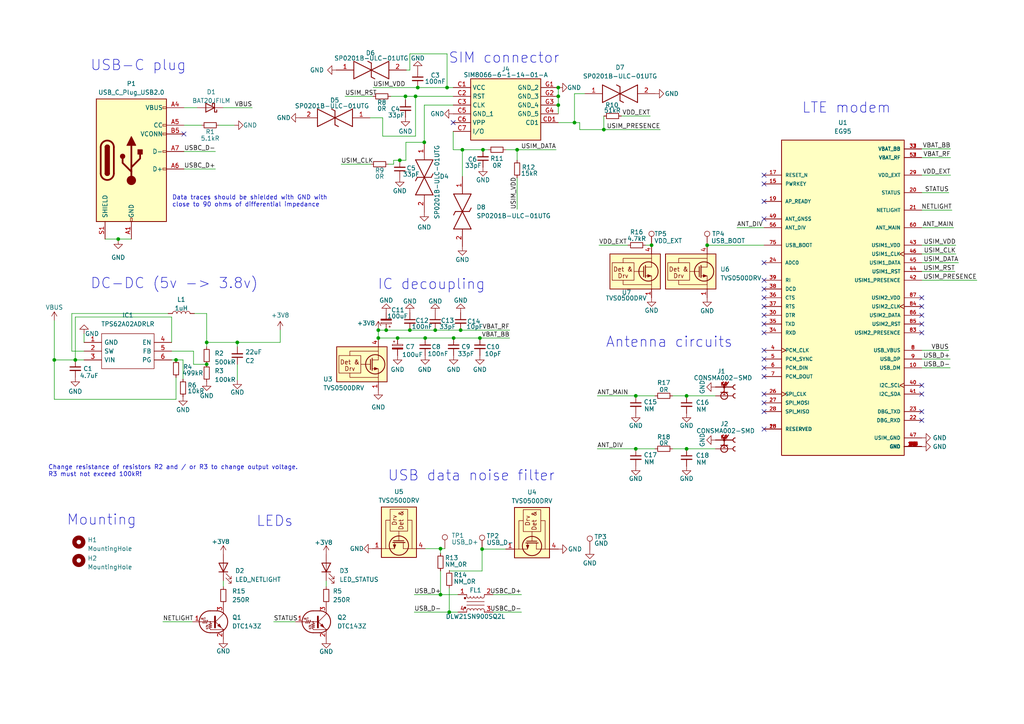
<source format=kicad_sch>
(kicad_sch (version 20230121) (generator eeschema)

  (uuid e7f5bf03-fb2c-47bf-a5e6-8bf502aef220)

  (paper "A4")

  (title_block
    (title "openCom LTE")
    (rev "v1.0")
    (company "Liberated Embedded Systems")
    (comment 1 "Licensed under Creative Commons Attribution 4.0.")
    (comment 4 "https://liberatedsystems.co.uk")
  )

  

  (junction (at 115.316 98.044) (diameter 0) (color 0 0 0 0)
    (uuid 07a1419a-9ce9-47ac-9f25-5a877a03b148)
  )
  (junction (at 112.014 95.758) (diameter 0) (color 0 0 0 0)
    (uuid 0b842d3b-3af0-4445-85a2-8938feb3239b)
  )
  (junction (at 139.827 159.258) (diameter 0) (color 0 0 0 0)
    (uuid 108c85e9-c6c0-486e-acce-02cd06277409)
  )
  (junction (at 109.728 98.044) (diameter 0) (color 0 0 0 0)
    (uuid 249cd2e5-40dc-4d86-83f1-1d36bcff2155)
  )
  (junction (at 120.523 27.94) (diameter 0) (color 0 0 0 0)
    (uuid 2529567a-84d3-49c8-87a5-42b8116675b8)
  )
  (junction (at 184.404 114.808) (diameter 0) (color 0 0 0 0)
    (uuid 2d292abd-a196-4a57-8168-e345b85a43e2)
  )
  (junction (at 59.944 99.314) (diameter 0) (color 0 0 0 0)
    (uuid 36e8db00-b6e8-465b-982d-28a5692fc84a)
  )
  (junction (at 184.404 130.175) (diameter 0) (color 0 0 0 0)
    (uuid 4841ed9d-4f03-47af-a04b-128d42d47199)
  )
  (junction (at 139.192 98.044) (diameter 0) (color 0 0 0 0)
    (uuid 4a77998e-9110-499d-b99b-0ca8beb92ba4)
  )
  (junction (at 21.844 104.394) (diameter 0) (color 0 0 0 0)
    (uuid 4c802de5-a62c-45b9-8919-56239038f1d4)
  )
  (junction (at 59.944 105.664) (diameter 0) (color 0 0 0 0)
    (uuid 5996a4f0-9688-4e1a-90b3-babd210fa8d6)
  )
  (junction (at 188.976 71.12) (diameter 0) (color 0 0 0 0)
    (uuid 60d57bd6-b749-4f42-adeb-f36d16ffdfee)
  )
  (junction (at 161.925 25.4) (diameter 0) (color 0 0 0 0)
    (uuid 63fd5dcc-6687-4160-921c-20661abc3383)
  )
  (junction (at 15.748 104.394) (diameter 0) (color 0 0 0 0)
    (uuid 662d7f32-fb97-41aa-ac93-f48fc05dc7a7)
  )
  (junction (at 205.105 71.12) (diameter 0) (color 0 0 0 0)
    (uuid 66b7964f-c33c-43e3-960c-f53593949cb9)
  )
  (junction (at 131.572 98.044) (diameter 0) (color 0 0 0 0)
    (uuid 6d2b738e-dbf5-438d-823f-18e2789a4004)
  )
  (junction (at 149.987 43.434) (diameter 0) (color 0 0 0 0)
    (uuid 73794637-c3fd-4e06-a39a-f6c4efd94b3f)
  )
  (junction (at 123.063 41.275) (diameter 0) (color 0 0 0 0)
    (uuid 7c6d2007-8ed4-40cd-994f-09a21b175e4b)
  )
  (junction (at 199.136 130.175) (diameter 0) (color 0 0 0 0)
    (uuid 8041df1e-37a6-4527-8ec0-8400a61212d2)
  )
  (junction (at 115.951 46.482) (diameter 0) (color 0 0 0 0)
    (uuid 864ceb9b-e94f-41ba-b473-5a5d74aff6eb)
  )
  (junction (at 129.667 25.4) (diameter 0) (color 0 0 0 0)
    (uuid 8db81e72-14da-47b3-b95b-67c09cba8521)
  )
  (junction (at 109.728 95.758) (diameter 0) (color 0 0 0 0)
    (uuid 93302bdb-0704-4e0b-a8dd-9dfb1a3b9997)
  )
  (junction (at 133.604 95.758) (diameter 0) (color 0 0 0 0)
    (uuid 97963e5a-c012-437b-b9b0-c938b05f9e9b)
  )
  (junction (at 130.302 177.546) (diameter 0) (color 0 0 0 0)
    (uuid 9fe07d3f-b8b9-4ea8-aa09-965827fcece6)
  )
  (junction (at 118.872 95.758) (diameter 0) (color 0 0 0 0)
    (uuid b31b2ab4-1e33-4ff8-886e-c52b892174a0)
  )
  (junction (at 117.602 27.94) (diameter 0) (color 0 0 0 0)
    (uuid c2b3d108-8989-4b48-a897-0c96e9da9706)
  )
  (junction (at 127.762 159.131) (diameter 0) (color 0 0 0 0)
    (uuid c440c282-25f7-4f68-9ee7-d7f6e1fb242c)
  )
  (junction (at 161.925 30.48) (diameter 0) (color 0 0 0 0)
    (uuid c65dd541-c849-42f0-96f1-56a83bcc53ca)
  )
  (junction (at 175.133 37.592) (diameter 0) (color 0 0 0 0)
    (uuid c9b36897-4a83-4a1d-87b4-a81671c4ab45)
  )
  (junction (at 166.624 35.56) (diameter 0) (color 0 0 0 0)
    (uuid caacda5c-24c3-47a6-ae17-42038d9b7750)
  )
  (junction (at 68.834 99.314) (diameter 0) (color 0 0 0 0)
    (uuid d030991e-27c8-47b5-bc06-e0a527017f6c)
  )
  (junction (at 123.317 98.044) (diameter 0) (color 0 0 0 0)
    (uuid d0b29793-5a1d-4bf2-84a7-4c2b8f0a55fb)
  )
  (junction (at 199.136 114.808) (diameter 0) (color 0 0 0 0)
    (uuid d1a2ea86-da3c-4b7e-b186-ecf50d0a39d6)
  )
  (junction (at 34.29 69.342) (diameter 0) (color 0 0 0 0)
    (uuid d7264a7e-d04f-4351-8b59-cabd586f5d0d)
  )
  (junction (at 161.925 27.94) (diameter 0) (color 0 0 0 0)
    (uuid d7ebf16c-c119-4a12-acdf-042f3c14b0d6)
  )
  (junction (at 126.238 95.758) (diameter 0) (color 0 0 0 0)
    (uuid d9741ebb-98cb-4867-9416-bb2325535329)
  )
  (junction (at 140.081 43.434) (diameter 0) (color 0 0 0 0)
    (uuid daa6e0f4-053f-4143-9153-188f93c9a287)
  )
  (junction (at 134.112 43.434) (diameter 0) (color 0 0 0 0)
    (uuid e1af9fcf-0533-4785-acc8-20915b91fbbb)
  )
  (junction (at 121.158 25.4) (diameter 0) (color 0 0 0 0)
    (uuid e30a2179-b596-4ce8-aea6-67b5b4a0837f)
  )
  (junction (at 127.762 172.466) (diameter 0) (color 0 0 0 0)
    (uuid e62ca165-381d-4aa2-a97b-d7b6bc254ee7)
  )
  (junction (at 51.054 104.394) (diameter 0) (color 0 0 0 0)
    (uuid f0e313f2-9291-4ca9-820b-64982e8a14cc)
  )

  (no_connect (at 221.615 119.38) (uuid 05a7c912-a068-4fca-9eab-8c05541865e2))
  (no_connect (at 221.615 91.44) (uuid 098ef58d-9c83-4e94-b159-9f6c0c821d15))
  (no_connect (at 131.445 35.56) (uuid 0bc5abec-39ee-4841-9105-7a9bc573923d))
  (no_connect (at 267.335 121.92) (uuid 27257eb7-e569-4fc4-8d74-cdeb620dbaa4))
  (no_connect (at 267.335 86.36) (uuid 29aa2da9-500d-467f-a954-b165ea662d36))
  (no_connect (at 267.335 114.3) (uuid 2fcb3cff-4db3-4d18-8ea8-334a3680b13d))
  (no_connect (at 221.615 88.9) (uuid 42df1992-7708-4c2e-a2b1-bfadafe60529))
  (no_connect (at 221.615 109.22) (uuid 4354e603-7f9d-4559-ab0d-405cf48cfae6))
  (no_connect (at 221.615 114.3) (uuid 4628dff3-05d9-4f8d-adc6-ccd39a555494))
  (no_connect (at 221.615 63.5) (uuid 486848ae-815b-42f8-8682-a532a9b44cc3))
  (no_connect (at 221.615 81.28) (uuid 49e24e25-ef0a-4535-8ddb-6091aecde71a))
  (no_connect (at 267.335 111.76) (uuid 55e0c271-5fbe-48bc-8951-877cc20fd028))
  (no_connect (at 221.615 86.36) (uuid 57884747-f80f-45b4-b376-3ed85b951751))
  (no_connect (at 267.335 91.44) (uuid 5d141732-3dc4-4823-9c61-56341c6489b5))
  (no_connect (at 221.615 76.2) (uuid 60677259-31a6-425c-a2e9-c6e042564e89))
  (no_connect (at 221.615 53.34) (uuid 6cf46e1d-f249-4cb3-9958-47644713fa0a))
  (no_connect (at 221.615 96.52) (uuid 7786db76-f36e-493d-bf14-08fb87b4cfb7))
  (no_connect (at 221.615 106.68) (uuid 789ebabe-93fb-484e-b50a-b5e32b445969))
  (no_connect (at 267.335 93.98) (uuid 7b8e352a-c575-43ca-9083-5e9fdf049e7a))
  (no_connect (at 221.615 101.6) (uuid 86d27db5-efbd-4595-ae69-49202e8d4e2d))
  (no_connect (at 221.615 124.46) (uuid 8f594ed6-21e7-4911-9df4-0bd43ca0d13f))
  (no_connect (at 221.615 104.14) (uuid 927688cb-4715-4226-8c85-a641f2de0f5f))
  (no_connect (at 267.335 119.38) (uuid 9946e06e-dc63-4715-a36c-037f8e374af2))
  (no_connect (at 267.335 88.9) (uuid a1f8cb88-3472-413a-8194-453d68bc142e))
  (no_connect (at 221.615 116.84) (uuid a3afcaf1-0d85-4bcb-b48c-beef9990449b))
  (no_connect (at 267.335 96.52) (uuid b0681478-bd21-4d84-844e-c81740b62703))
  (no_connect (at 221.615 50.8) (uuid c583c47f-49b7-4e4e-8008-493f5f8f0bbd))
  (no_connect (at 53.34 38.862) (uuid ca527f55-7bcf-4137-986c-55b6fde926ea))
  (no_connect (at 221.615 58.42) (uuid ceef2b62-30a9-4d16-ba8c-ea2ac879facf))
  (no_connect (at 221.615 83.82) (uuid e4045863-b097-4b22-b139-d020dbbc7d14))
  (no_connect (at 221.615 93.98) (uuid fef6a212-7061-4d20-842f-cc8186980657))

  (wire (pts (xy 117.729 41.275) (xy 117.729 46.482))
    (stroke (width 0) (type default))
    (uuid 016f9433-d5db-4039-b5ea-a91473d92ffe)
  )
  (wire (pts (xy 129.667 25.4) (xy 131.445 25.4))
    (stroke (width 0) (type default))
    (uuid 05afb178-1339-4f71-89d9-4888a02271d2)
  )
  (wire (pts (xy 100.076 27.94) (xy 108.204 27.94))
    (stroke (width 0) (type default))
    (uuid 083ba46c-0800-4d6e-a55a-8dae79770711)
  )
  (wire (pts (xy 123.317 159.131) (xy 127.762 159.131))
    (stroke (width 0) (type default))
    (uuid 0944d581-d69f-49a3-952b-b6550cae692b)
  )
  (wire (pts (xy 51.054 115.824) (xy 51.054 109.474))
    (stroke (width 0) (type default))
    (uuid 0973be5f-16c4-428c-80bb-8a3f2719cde1)
  )
  (wire (pts (xy 267.335 60.96) (xy 276.098 60.96))
    (stroke (width 0) (type default))
    (uuid 0a348e73-c020-462c-9ac1-aabea15c7af0)
  )
  (wire (pts (xy 120.142 172.466) (xy 127.762 172.466))
    (stroke (width 0) (type default))
    (uuid 0c39fce4-7ac0-4c9b-b343-4ba89b333cc5)
  )
  (wire (pts (xy 117.602 27.94) (xy 120.523 27.94))
    (stroke (width 0) (type default))
    (uuid 0c95fc4e-c26c-4751-b58b-6c4db65bac84)
  )
  (wire (pts (xy 267.335 73.66) (xy 277.241 73.66))
    (stroke (width 0) (type default))
    (uuid 10de3af6-802d-407b-9ace-a22f29da2b90)
  )
  (wire (pts (xy 68.834 99.314) (xy 81.28 99.314))
    (stroke (width 0) (type default))
    (uuid 11e96df8-6433-4721-997d-51e78b40e084)
  )
  (wire (pts (xy 98.933 47.625) (xy 107.569 47.625))
    (stroke (width 0) (type default))
    (uuid 14cb3f38-b25b-4d49-9a82-20df3506f421)
  )
  (wire (pts (xy 267.335 71.12) (xy 277.241 71.12))
    (stroke (width 0) (type default))
    (uuid 162d0b0c-49ac-4d83-936b-9aca5609cfdb)
  )
  (wire (pts (xy 118.872 95.758) (xy 126.238 95.758))
    (stroke (width 0) (type default))
    (uuid 19ee1a99-d2ea-401c-84c4-cb06e3ae7eba)
  )
  (wire (pts (xy 143.002 177.546) (xy 151.257 177.546))
    (stroke (width 0) (type default))
    (uuid 1c592a51-5af1-46f2-abdd-0978cea01987)
  )
  (wire (pts (xy 121.158 25.4) (xy 129.667 25.4))
    (stroke (width 0) (type default))
    (uuid 1fc85ee7-aece-46c0-a6b2-fec00e70aaf4)
  )
  (wire (pts (xy 199.136 114.808) (xy 207.518 114.808))
    (stroke (width 0) (type default))
    (uuid 20a09c66-954d-4dd9-bd94-eeef7aa4cbc9)
  )
  (wire (pts (xy 117.729 46.482) (xy 115.951 46.482))
    (stroke (width 0) (type default))
    (uuid 2223f823-ae7b-4e64-9638-dd44f3ba7622)
  )
  (wire (pts (xy 109.728 95.758) (xy 109.728 98.044))
    (stroke (width 0) (type default))
    (uuid 22482def-4517-4495-83f1-d60986f2b75f)
  )
  (wire (pts (xy 118.872 20.32) (xy 118.872 15.621))
    (stroke (width 0) (type default))
    (uuid 23820c3f-b217-45eb-ae9d-9ae6f49d0daa)
  )
  (wire (pts (xy 267.335 106.68) (xy 275.59 106.68))
    (stroke (width 0) (type default))
    (uuid 243e78eb-4256-43f6-a9f6-1996d251b01c)
  )
  (wire (pts (xy 24.384 101.854) (xy 20.828 101.854))
    (stroke (width 0) (type default))
    (uuid 25407507-ec15-4371-9996-a427893dcc24)
  )
  (wire (pts (xy 94.615 168.402) (xy 94.615 170.18))
    (stroke (width 0) (type default))
    (uuid 2a013bdb-46f0-4026-b4a1-c7d4eece15e3)
  )
  (wire (pts (xy 149.987 43.434) (xy 161.29 43.434))
    (stroke (width 0) (type default))
    (uuid 2a607466-5717-4fb6-a830-126715f5e057)
  )
  (wire (pts (xy 51.054 104.394) (xy 53.086 104.394))
    (stroke (width 0) (type default))
    (uuid 2c2e8857-e68d-4f83-a96e-e8a66d9e0b5e)
  )
  (wire (pts (xy 180.213 33.655) (xy 188.595 33.655))
    (stroke (width 0) (type default))
    (uuid 353a6e00-5517-4f48-bd92-0d7fe73c5552)
  )
  (wire (pts (xy 79.375 180.34) (xy 85.725 180.34))
    (stroke (width 0) (type default))
    (uuid 3a6b28c1-e471-48e7-9a80-d4b2d11b4b99)
  )
  (wire (pts (xy 267.335 45.72) (xy 275.717 45.72))
    (stroke (width 0) (type default))
    (uuid 3e34253e-ed9f-4fe8-8990-8023a4d7cc72)
  )
  (wire (pts (xy 139.192 98.044) (xy 131.572 98.044))
    (stroke (width 0) (type default))
    (uuid 3f59b73a-0baf-4264-9660-c05b4d8e826b)
  )
  (wire (pts (xy 59.944 90.932) (xy 59.944 99.314))
    (stroke (width 0) (type default))
    (uuid 431ae31f-38f4-44ba-9ee0-0d826b9ce84a)
  )
  (wire (pts (xy 113.284 27.94) (xy 117.602 27.94))
    (stroke (width 0) (type default))
    (uuid 443083fb-9da6-4106-85d7-406828d7e959)
  )
  (wire (pts (xy 63.5 36.322) (xy 67.945 36.322))
    (stroke (width 0) (type default))
    (uuid 46b7ef96-a908-44cf-8882-4e19177eaf3c)
  )
  (wire (pts (xy 126.238 95.758) (xy 133.604 95.758))
    (stroke (width 0) (type default))
    (uuid 4a6cad79-8d2b-40c0-b318-6b74fb99cdf0)
  )
  (wire (pts (xy 139.827 159.258) (xy 146.685 159.258))
    (stroke (width 0) (type default))
    (uuid 4b33db9c-e5dc-4bf7-aa53-cc9580572d4a)
  )
  (wire (pts (xy 110.998 34.163) (xy 110.998 39.497))
    (stroke (width 0) (type default))
    (uuid 4dcee664-3298-440f-aaac-63d7b9543b1c)
  )
  (wire (pts (xy 53.086 104.394) (xy 53.086 109.982))
    (stroke (width 0) (type default))
    (uuid 5111b0eb-3dfb-4f4f-bdd7-8f4b2ab7f8f3)
  )
  (wire (pts (xy 130.429 165.608) (xy 130.302 165.481))
    (stroke (width 0) (type default))
    (uuid 517ee6da-a164-4ceb-ad99-ace8a44a2c2e)
  )
  (wire (pts (xy 161.925 30.48) (xy 161.925 33.02))
    (stroke (width 0) (type default))
    (uuid 59bb1541-60fb-4903-b993-d87a3d5f43b2)
  )
  (wire (pts (xy 112.649 47.625) (xy 114.173 47.625))
    (stroke (width 0) (type default))
    (uuid 5ce1f302-565c-47f7-82a4-cc520c135052)
  )
  (wire (pts (xy 168.148 35.56) (xy 168.148 37.592))
    (stroke (width 0) (type default))
    (uuid 5dc645e5-a0e3-434b-a794-7d43df0b5995)
  )
  (wire (pts (xy 267.335 104.14) (xy 275.59 104.14))
    (stroke (width 0) (type default))
    (uuid 5f56a5f8-c8ef-436a-a3f0-d1d3e32e4f4c)
  )
  (wire (pts (xy 267.335 55.88) (xy 275.209 55.88))
    (stroke (width 0) (type default))
    (uuid 61e256b2-85cc-40e0-8b74-8f54c233587e)
  )
  (wire (pts (xy 123.063 41.275) (xy 123.063 30.48))
    (stroke (width 0) (type default))
    (uuid 642dd2ae-54c5-49d5-bda7-51e932d2b6ce)
  )
  (wire (pts (xy 127.762 159.131) (xy 127.762 160.528))
    (stroke (width 0) (type default))
    (uuid 69586c84-85a3-46c7-b29d-38c383017786)
  )
  (wire (pts (xy 173.736 71.12) (xy 182.118 71.12))
    (stroke (width 0) (type default))
    (uuid 6a39f7ff-db20-44af-aeb9-e043a484f58f)
  )
  (wire (pts (xy 161.925 25.4) (xy 161.925 27.94))
    (stroke (width 0) (type default))
    (uuid 6bf7f607-846c-4a60-a647-543092991339)
  )
  (wire (pts (xy 117.856 20.32) (xy 118.872 20.32))
    (stroke (width 0) (type default))
    (uuid 730a212c-4e21-4df4-a2ee-05ace01c2ff0)
  )
  (wire (pts (xy 267.335 76.2) (xy 278.003 76.2))
    (stroke (width 0) (type default))
    (uuid 7434c959-9658-4640-a403-c457ba7c5565)
  )
  (wire (pts (xy 184.404 114.808) (xy 189.992 114.808))
    (stroke (width 0) (type default))
    (uuid 7453db2a-5a22-4140-8907-6b6eedfe0eca)
  )
  (wire (pts (xy 267.335 81.28) (xy 283.337 81.28))
    (stroke (width 0) (type default))
    (uuid 7469e3ef-de30-4a7c-8e2f-ae590b37a9eb)
  )
  (wire (pts (xy 120.523 39.497) (xy 120.523 27.94))
    (stroke (width 0) (type default))
    (uuid 749c375c-a56e-4255-86e2-84a29b9a88dc)
  )
  (wire (pts (xy 161.925 27.94) (xy 161.925 30.48))
    (stroke (width 0) (type default))
    (uuid 77c51452-5a04-4a74-b638-87ed6ecbf76a)
  )
  (wire (pts (xy 110.998 39.497) (xy 120.523 39.497))
    (stroke (width 0) (type default))
    (uuid 79947cfc-4f35-45fe-a61e-2158073d0b2a)
  )
  (wire (pts (xy 15.748 115.824) (xy 51.054 115.824))
    (stroke (width 0) (type default))
    (uuid 7b12b8f1-d5fe-4bbc-957e-d788af2f6372)
  )
  (wire (pts (xy 187.198 71.12) (xy 188.976 71.12))
    (stroke (width 0) (type default))
    (uuid 7bf717b2-c3b6-47b7-9e88-abb5a8177a31)
  )
  (wire (pts (xy 118.872 15.621) (xy 129.667 15.621))
    (stroke (width 0) (type default))
    (uuid 7ca38f84-5102-466d-b60c-defafd4e6502)
  )
  (wire (pts (xy 59.944 99.314) (xy 59.944 100.584))
    (stroke (width 0) (type default))
    (uuid 7ddb8de7-33df-45ae-b77b-70ed734db02c)
  )
  (wire (pts (xy 49.784 99.314) (xy 49.784 91.948))
    (stroke (width 0) (type default))
    (uuid 81ee1c7f-233e-4145-93d8-3f21808a95ff)
  )
  (wire (pts (xy 173.228 130.175) (xy 184.404 130.175))
    (stroke (width 0) (type default))
    (uuid 8269d304-bcfc-45e5-8254-d29b03033700)
  )
  (wire (pts (xy 149.987 43.434) (xy 149.987 46.482))
    (stroke (width 0) (type default))
    (uuid 869af4db-25ce-40f7-bf30-08de7030b9fe)
  )
  (wire (pts (xy 120.523 27.94) (xy 131.445 27.94))
    (stroke (width 0) (type default))
    (uuid 87e5c70f-d862-4133-80a2-7bf4dd8d55e6)
  )
  (wire (pts (xy 131.445 38.1) (xy 131.445 43.434))
    (stroke (width 0) (type default))
    (uuid 89efccfe-301a-455b-b2a9-c0bfb145d6b2)
  )
  (wire (pts (xy 134.112 43.434) (xy 140.081 43.434))
    (stroke (width 0) (type default))
    (uuid 8a67079c-75bd-475e-a44a-503761be5086)
  )
  (wire (pts (xy 49.784 91.948) (xy 21.844 91.948))
    (stroke (width 0) (type default))
    (uuid 8abe6bd7-9394-4908-a584-f259df544660)
  )
  (wire (pts (xy 130.429 165.608) (xy 139.827 165.608))
    (stroke (width 0) (type default))
    (uuid 8af824bd-fa75-4123-a1c9-9823718d7b8c)
  )
  (wire (pts (xy 195.072 114.808) (xy 199.136 114.808))
    (stroke (width 0) (type default))
    (uuid 8bc21f00-b4cf-4f13-9b03-eaba4a11badd)
  )
  (wire (pts (xy 117.729 41.275) (xy 123.063 41.275))
    (stroke (width 0) (type default))
    (uuid 8c4ee04a-5192-4bd2-981c-97cdb21ad311)
  )
  (wire (pts (xy 195.072 130.175) (xy 199.136 130.175))
    (stroke (width 0) (type default))
    (uuid 8c87ac72-8740-4284-91c0-7657a93d89b6)
  )
  (wire (pts (xy 55.88 180.34) (xy 47.244 180.34))
    (stroke (width 0) (type default))
    (uuid 8d95d9c9-36f6-48d9-b910-9248607a7ecb)
  )
  (wire (pts (xy 114.173 46.482) (xy 115.951 46.482))
    (stroke (width 0) (type default))
    (uuid 8f1b4e4f-4dba-4570-9dc5-d3bb139b4be5)
  )
  (wire (pts (xy 133.604 95.758) (xy 147.828 95.758))
    (stroke (width 0) (type default))
    (uuid 903839d1-5324-4e01-839b-2c39e7cc4f3d)
  )
  (wire (pts (xy 81.28 99.314) (xy 81.28 95.758))
    (stroke (width 0) (type default))
    (uuid 94149bb3-0230-4cc9-8a06-7f18e1ea6f1f)
  )
  (wire (pts (xy 107.315 34.163) (xy 110.998 34.163))
    (stroke (width 0) (type default))
    (uuid 94717fd4-ccb5-41b0-bbf4-e243e57f152b)
  )
  (wire (pts (xy 15.748 92.964) (xy 15.748 104.394))
    (stroke (width 0) (type default))
    (uuid 94f0d30d-a571-4c0b-ac5b-bf15c65e9ef3)
  )
  (wire (pts (xy 30.48 69.342) (xy 34.29 69.342))
    (stroke (width 0) (type default))
    (uuid 95bd61a9-339a-4be0-8506-6d8d40bf65df)
  )
  (wire (pts (xy 131.572 98.044) (xy 123.317 98.044))
    (stroke (width 0) (type default))
    (uuid 9906097b-0b66-4650-97df-a7952c2b2d2e)
  )
  (wire (pts (xy 134.112 51.181) (xy 134.112 43.434))
    (stroke (width 0) (type default))
    (uuid 9a665be5-951b-4f27-93cc-f3bb68994e28)
  )
  (wire (pts (xy 112.014 95.758) (xy 118.872 95.758))
    (stroke (width 0) (type default))
    (uuid 9df57fc1-d46a-4bbd-afbc-39e7660a28e2)
  )
  (wire (pts (xy 59.944 99.314) (xy 68.834 99.314))
    (stroke (width 0) (type default))
    (uuid a194d0d5-eb6c-41af-98cc-0e2e067ed087)
  )
  (wire (pts (xy 168.148 37.592) (xy 175.133 37.592))
    (stroke (width 0) (type default))
    (uuid a5b615b6-1f39-4e25-a0eb-30cbf100465d)
  )
  (wire (pts (xy 53.34 43.942) (xy 62.484 43.942))
    (stroke (width 0) (type default))
    (uuid a6318b8d-ec38-48b8-bfb6-951335499080)
  )
  (wire (pts (xy 64.77 168.402) (xy 64.77 170.18))
    (stroke (width 0) (type default))
    (uuid aa2b0504-5aa9-4cad-927f-6b4895cd62fd)
  )
  (wire (pts (xy 166.624 27.178) (xy 169.672 27.178))
    (stroke (width 0) (type default))
    (uuid abd1faee-af51-4a43-a48f-29e0dbc707bb)
  )
  (wire (pts (xy 184.404 130.175) (xy 189.992 130.175))
    (stroke (width 0) (type default))
    (uuid abfcc4a9-db87-45ad-a66b-d96507da79ed)
  )
  (wire (pts (xy 149.987 51.562) (xy 149.987 60.706))
    (stroke (width 0) (type default))
    (uuid af10e562-0025-46f3-842a-e6b6ef311b24)
  )
  (wire (pts (xy 267.335 50.8) (xy 275.717 50.8))
    (stroke (width 0) (type default))
    (uuid b1bdc5eb-6651-4815-9f0f-c4d8de4847e4)
  )
  (wire (pts (xy 129.667 15.621) (xy 129.667 25.4))
    (stroke (width 0) (type default))
    (uuid b2d41148-2a60-424d-ab1e-3998594d6e1d)
  )
  (wire (pts (xy 175.133 37.592) (xy 191.516 37.592))
    (stroke (width 0) (type default))
    (uuid b30fc6d0-4a3f-4e54-9b03-75164ef6f3fb)
  )
  (wire (pts (xy 109.728 98.044) (xy 115.316 98.044))
    (stroke (width 0) (type default))
    (uuid b3300f2a-e355-483f-bb98-90208c8708c9)
  )
  (wire (pts (xy 68.834 99.314) (xy 68.834 100.584))
    (stroke (width 0) (type default))
    (uuid b59fc002-ff13-4eee-8a50-d839fe20c77b)
  )
  (wire (pts (xy 115.316 98.044) (xy 123.317 98.044))
    (stroke (width 0) (type default))
    (uuid b7b102c0-1b28-4056-93ed-231d765d6811)
  )
  (wire (pts (xy 173.228 114.808) (xy 184.404 114.808))
    (stroke (width 0) (type default))
    (uuid b829540a-d0b4-49ca-adbf-0f57eb079808)
  )
  (wire (pts (xy 175.133 33.655) (xy 175.133 37.592))
    (stroke (width 0) (type default))
    (uuid ba8ad741-ec74-4c8d-a0c9-98059acee5c3)
  )
  (wire (pts (xy 143.002 172.466) (xy 151.257 172.466))
    (stroke (width 0) (type default))
    (uuid baeee0a3-3b3e-4ce1-900c-14dff80fbada)
  )
  (wire (pts (xy 120.142 177.546) (xy 130.302 177.546))
    (stroke (width 0) (type default))
    (uuid bcb70764-9a79-4f7b-aa37-80ac97e980b5)
  )
  (wire (pts (xy 139.827 165.608) (xy 139.827 159.258))
    (stroke (width 0) (type default))
    (uuid bd7f77e6-8804-49a6-b7c9-5dec3b47d8fe)
  )
  (wire (pts (xy 34.29 69.342) (xy 34.29 69.596))
    (stroke (width 0) (type default))
    (uuid c1a67dc8-214e-462b-8621-7c935f79ad57)
  )
  (wire (pts (xy 267.335 101.6) (xy 275.209 101.6))
    (stroke (width 0) (type default))
    (uuid c6dfef69-c3ee-4c2e-b4c3-d206b67db366)
  )
  (wire (pts (xy 161.925 35.56) (xy 166.624 35.56))
    (stroke (width 0) (type default))
    (uuid c8f56b9c-ce0d-4e9f-a468-8bcd24cd8697)
  )
  (wire (pts (xy 127.762 159.131) (xy 129.032 159.131))
    (stroke (width 0) (type default))
    (uuid c9a56d29-537e-4c03-915d-bdade0dcdda9)
  )
  (wire (pts (xy 15.748 115.824) (xy 15.748 104.394))
    (stroke (width 0) (type default))
    (uuid cc0711b2-5351-4792-a69e-1d113d404b82)
  )
  (wire (pts (xy 64.77 31.242) (xy 73.152 31.242))
    (stroke (width 0) (type default))
    (uuid cc710d27-2717-4e95-b25b-85dd19deed59)
  )
  (wire (pts (xy 109.728 95.758) (xy 112.014 95.758))
    (stroke (width 0) (type default))
    (uuid cf1726fb-7e50-4838-8ce3-8a2069d77f9a)
  )
  (wire (pts (xy 139.192 98.044) (xy 147.828 98.044))
    (stroke (width 0) (type default))
    (uuid d020a520-a626-42f1-b92d-ed0acced7c64)
  )
  (wire (pts (xy 213.741 66.04) (xy 221.615 66.04))
    (stroke (width 0) (type default))
    (uuid d04ed176-2caf-490e-a330-8091df4c2d36)
  )
  (wire (pts (xy 49.784 104.394) (xy 51.054 104.394))
    (stroke (width 0) (type default))
    (uuid d1159933-963d-4653-b331-3bca57df1d8f)
  )
  (wire (pts (xy 56.134 101.854) (xy 56.134 105.664))
    (stroke (width 0) (type default))
    (uuid d11e1087-9947-49fc-86cb-1e3c88e786be)
  )
  (wire (pts (xy 123.063 30.48) (xy 131.445 30.48))
    (stroke (width 0) (type default))
    (uuid d2807613-1174-4625-a921-b474f498efed)
  )
  (wire (pts (xy 24.384 96.774) (xy 24.384 99.314))
    (stroke (width 0) (type default))
    (uuid d6fb14cd-da59-434a-a47f-6f9fe6c9ace9)
  )
  (wire (pts (xy 20.828 90.932) (xy 48.768 90.932))
    (stroke (width 0) (type default))
    (uuid d8ee074e-957f-4f2d-b164-756491ef692e)
  )
  (wire (pts (xy 130.302 177.546) (xy 132.842 177.546))
    (stroke (width 0) (type default))
    (uuid dafb6178-625b-40b9-8e35-323b2c6deaa7)
  )
  (wire (pts (xy 57.15 31.242) (xy 53.34 31.242))
    (stroke (width 0) (type default))
    (uuid dd890e69-1511-47b3-b73a-067cbc02dc6e)
  )
  (wire (pts (xy 15.748 104.394) (xy 21.844 104.394))
    (stroke (width 0) (type default))
    (uuid dd90930c-f552-46ac-b1f7-48d1ddb596d4)
  )
  (wire (pts (xy 130.302 170.561) (xy 130.302 177.546))
    (stroke (width 0) (type default))
    (uuid ddbafd75-5887-4eea-a2e7-5edc883a2ba2)
  )
  (wire (pts (xy 68.834 110.236) (xy 68.834 105.664))
    (stroke (width 0) (type default))
    (uuid de1f462f-42da-4e21-bb8a-51b75a28b7e2)
  )
  (wire (pts (xy 267.335 78.74) (xy 276.987 78.74))
    (stroke (width 0) (type default))
    (uuid de8bd120-989f-4c37-bcdc-ed048eed7b63)
  )
  (wire (pts (xy 53.34 49.022) (xy 62.484 49.022))
    (stroke (width 0) (type default))
    (uuid e264048e-cb40-46b2-b945-9d40fc798766)
  )
  (wire (pts (xy 21.844 91.948) (xy 21.844 104.394))
    (stroke (width 0) (type default))
    (uuid e2f3bd7c-4bfd-4a98-b07a-02934ca43525)
  )
  (wire (pts (xy 199.136 130.175) (xy 207.518 130.175))
    (stroke (width 0) (type default))
    (uuid e61b547d-31b0-418c-9839-c878bcd08d27)
  )
  (wire (pts (xy 34.29 69.342) (xy 38.1 69.342))
    (stroke (width 0) (type default))
    (uuid e8390b11-4fd0-4df4-a135-2e8b04d347c7)
  )
  (wire (pts (xy 166.624 35.56) (xy 168.148 35.56))
    (stroke (width 0) (type default))
    (uuid ea13530d-9a16-40e0-b120-068c3f1eb6fe)
  )
  (wire (pts (xy 127.762 172.466) (xy 132.842 172.466))
    (stroke (width 0) (type default))
    (uuid ed0e5eea-43c0-4d75-92ac-f8809c54c3c1)
  )
  (wire (pts (xy 127.762 165.608) (xy 127.762 172.466))
    (stroke (width 0) (type default))
    (uuid ed69a4d1-ef95-492f-9c0e-9984a0bafde2)
  )
  (wire (pts (xy 114.173 47.625) (xy 114.173 46.482))
    (stroke (width 0) (type default))
    (uuid edd7268d-f79b-44f5-9a08-966e59a430dc)
  )
  (wire (pts (xy 53.34 36.322) (xy 58.42 36.322))
    (stroke (width 0) (type default))
    (uuid ef0cb1c2-8f79-4365-bd54-164624d7e504)
  )
  (wire (pts (xy 49.784 101.854) (xy 56.134 101.854))
    (stroke (width 0) (type default))
    (uuid f18e4bff-b172-40f4-88e4-3f0fa4403ce7)
  )
  (wire (pts (xy 117.602 28.956) (xy 117.602 27.94))
    (stroke (width 0) (type default))
    (uuid f20f93f6-8327-4fb3-aaaa-a982e469faf1)
  )
  (wire (pts (xy 140.081 43.434) (xy 141.605 43.434))
    (stroke (width 0) (type default))
    (uuid f2a1f47f-8604-4c84-a40f-d62ff5676128)
  )
  (wire (pts (xy 267.335 43.18) (xy 275.717 43.18))
    (stroke (width 0) (type default))
    (uuid f4110a8e-de93-4e3a-b729-09eefddfba3d)
  )
  (wire (pts (xy 131.445 43.434) (xy 134.112 43.434))
    (stroke (width 0) (type default))
    (uuid f5983d70-1b21-4eb4-bc99-4f20f08366ae)
  )
  (wire (pts (xy 20.828 101.854) (xy 20.828 90.932))
    (stroke (width 0) (type default))
    (uuid f7356388-ca20-456f-a3df-69eafbcfba76)
  )
  (wire (pts (xy 166.624 27.178) (xy 166.624 35.56))
    (stroke (width 0) (type default))
    (uuid f75ebdeb-10a0-4049-a0f7-8900b3f405dc)
  )
  (wire (pts (xy 205.105 71.12) (xy 221.615 71.12))
    (stroke (width 0) (type default))
    (uuid f7f0ef1f-9efc-4016-80af-90844a041c4c)
  )
  (wire (pts (xy 56.388 90.932) (xy 59.944 90.932))
    (stroke (width 0) (type default))
    (uuid fa5a06ba-69c9-4b7c-b204-56951d9ec9b0)
  )
  (wire (pts (xy 56.134 105.664) (xy 59.944 105.664))
    (stroke (width 0) (type default))
    (uuid fbb43638-f890-42a3-b07f-9b3cf691441e)
  )
  (wire (pts (xy 267.335 66.04) (xy 276.606 66.04))
    (stroke (width 0) (type default))
    (uuid fc31d884-aeca-4d8b-89f8-b346ad6f0168)
  )
  (wire (pts (xy 108.204 25.4) (xy 121.158 25.4))
    (stroke (width 0) (type default))
    (uuid fc863460-fe99-4abe-910f-ca8d0244f3df)
  )
  (wire (pts (xy 21.844 104.394) (xy 24.384 104.394))
    (stroke (width 0) (type default))
    (uuid fc8ef826-074d-49e9-a04e-0c35157a0f7b)
  )
  (wire (pts (xy 146.685 43.434) (xy 149.987 43.434))
    (stroke (width 0) (type default))
    (uuid fcd0f360-7287-4a8a-8067-c35111f2073d)
  )

  (text "LTE modem" (at 232.537 33.147 0)
    (effects (font (size 3 3)) (justify left bottom))
    (uuid 10856622-133d-4f7d-ac35-6cb885ce6185)
  )
  (text "SIM connector\n" (at 130.048 18.669 0)
    (effects (font (size 3 3)) (justify left bottom))
    (uuid 1f615cda-97b1-45ca-ac6b-01760d1a071c)
  )
  (text "LEDs" (at 74.295 153.035 0)
    (effects (font (size 3 3)) (justify left bottom))
    (uuid 5d1a16d1-daca-4fb8-9202-13f8ac655b04)
  )
  (text "USB-C plug" (at 26.162 20.828 0)
    (effects (font (size 3 3)) (justify left bottom))
    (uuid 997112e9-0d1c-4112-a4bc-f4e3764a24d5)
  )
  (text "IC decoupling\n" (at 109.474 84.328 0)
    (effects (font (size 3 3)) (justify left bottom))
    (uuid a6e487ce-2225-4f7e-ba17-13d3782fca51)
  )
  (text "Mounting\n" (at 19.304 152.654 0)
    (effects (font (size 3 3)) (justify left bottom))
    (uuid ca3cbb62-a0f7-4285-a4b7-af23b86dbe37)
  )
  (text "DC-DC (5v -> 3.8v)\n" (at 26.162 84.074 0)
    (effects (font (size 3 3)) (justify left bottom))
    (uuid d3b1a4ad-ac5d-4167-af11-de6f37be6fef)
  )
  (text "USB data noise filter" (at 112.395 139.827 0)
    (effects (font (size 3 3)) (justify left bottom))
    (uuid d3ed1f5b-761c-4e84-a5fb-d339d36018b8)
  )
  (text "Antenna circuits\n" (at 175.641 101.092 0)
    (effects (font (size 3 3)) (justify left bottom))
    (uuid d89f996c-ad5d-413a-96e1-7d792b283d85)
  )
  (text "Change resistance of resistors R2 and / or R3 to change output voltage.\nR3 must not exceed 100kR!\n"
    (at 13.97 138.43 0)
    (effects (font (size 1.27 1.27)) (justify left bottom))
    (uuid e64b5d2e-4c66-4328-a131-4a92aea4aeaf)
  )
  (text "Data traces should be shielded with GND with \nclose to 90 ohms of differential impedance"
    (at 49.911 60.198 0)
    (effects (font (size 1.27 1.27)) (justify left bottom))
    (uuid fa68311b-06f8-4187-b961-a9dc9acdbc66)
  )

  (label "USIM_VDD" (at 277.241 71.12 180) (fields_autoplaced)
    (effects (font (size 1.27 1.27)) (justify right bottom))
    (uuid 030fdd0e-42a9-4f5f-9d8a-a97afaca32e0)
  )
  (label "USBC_D-" (at 151.257 177.546 180) (fields_autoplaced)
    (effects (font (size 1.27 1.27)) (justify right bottom))
    (uuid 1c1f57fb-0304-4f5c-8ca3-a9352c2c96b9)
  )
  (label "USIM_PRESENCE" (at 191.516 37.592 180) (fields_autoplaced)
    (effects (font (size 1.27 1.27)) (justify right bottom))
    (uuid 255f5bb5-a06f-455f-8359-09a5c5c99003)
  )
  (label "VBAT_RF" (at 147.828 95.758 180) (fields_autoplaced)
    (effects (font (size 1.27 1.27)) (justify right bottom))
    (uuid 29471ccc-e479-4ee0-be47-0a0b7085be20)
  )
  (label "USIM_CLK" (at 98.933 47.625 0) (fields_autoplaced)
    (effects (font (size 1.27 1.27)) (justify left bottom))
    (uuid 29daebfb-8de7-487b-83f6-acf17a235add)
  )
  (label "USB_D+" (at 275.59 104.14 180) (fields_autoplaced)
    (effects (font (size 1.27 1.27)) (justify right bottom))
    (uuid 2a3d94f1-8f38-4608-bc2a-9c7156e94a12)
  )
  (label "VBAT_BB" (at 147.828 98.044 180) (fields_autoplaced)
    (effects (font (size 1.27 1.27)) (justify right bottom))
    (uuid 341f62f5-589d-4734-8c10-bf214a9839d8)
  )
  (label "USIM_VDD" (at 149.987 60.706 90) (fields_autoplaced)
    (effects (font (size 1.27 1.27)) (justify left bottom))
    (uuid 4079dc95-5935-4f1d-9d1d-673cd8f80ca0)
  )
  (label "USB_D+" (at 120.142 172.466 0) (fields_autoplaced)
    (effects (font (size 1.27 1.27)) (justify left bottom))
    (uuid 44ff37be-8cbb-4422-b946-d0fab880891e)
  )
  (label "STATUS" (at 79.375 180.34 0) (fields_autoplaced)
    (effects (font (size 1.27 1.27)) (justify left bottom))
    (uuid 4a8a4651-c1be-49a7-90aa-5658cbb81ad4)
  )
  (label "VBAT_RF" (at 275.717 45.72 180) (fields_autoplaced)
    (effects (font (size 1.27 1.27)) (justify right bottom))
    (uuid 4d02e272-0362-4a3f-835a-71812e889c68)
  )
  (label "ANT_DIV" (at 173.228 130.175 0) (fields_autoplaced)
    (effects (font (size 1.27 1.27)) (justify left bottom))
    (uuid 59ec6daf-4f41-4eae-ad10-48af835cfb7a)
  )
  (label "ANT_DIV" (at 213.741 66.04 0) (fields_autoplaced)
    (effects (font (size 1.27 1.27)) (justify left bottom))
    (uuid 59f9c11e-faa0-4ecc-b792-b12652ba0b50)
  )
  (label "ANT_MAIN" (at 173.228 114.808 0) (fields_autoplaced)
    (effects (font (size 1.27 1.27)) (justify left bottom))
    (uuid 633c562a-e625-49be-b7c8-5a71d1731479)
  )
  (label "USB_D-" (at 275.59 106.68 180) (fields_autoplaced)
    (effects (font (size 1.27 1.27)) (justify right bottom))
    (uuid 6a42a279-6594-4617-92c7-bb273fe60f35)
  )
  (label "USB_D-" (at 120.142 177.546 0) (fields_autoplaced)
    (effects (font (size 1.27 1.27)) (justify left bottom))
    (uuid 6f7874e0-6a12-428e-9af4-58be41e35bb8)
  )
  (label "ANT_MAIN" (at 276.606 66.04 180) (fields_autoplaced)
    (effects (font (size 1.27 1.27)) (justify right bottom))
    (uuid 7099675a-1fd5-45df-b988-2f9a84da9897)
  )
  (label "NETLIGHT" (at 276.098 60.96 180) (fields_autoplaced)
    (effects (font (size 1.27 1.27)) (justify right bottom))
    (uuid 73fdc481-1392-4fb3-b700-3a76369af23c)
  )
  (label "USBC_D+" (at 151.257 172.466 180) (fields_autoplaced)
    (effects (font (size 1.27 1.27)) (justify right bottom))
    (uuid 7c1aeb40-f30a-420c-8f80-f5814d7b375a)
  )
  (label "USIM_PRESENCE" (at 283.337 81.28 180) (fields_autoplaced)
    (effects (font (size 1.27 1.27)) (justify right bottom))
    (uuid 84a0f01c-7c48-4b57-ac5c-93453bdb1bed)
  )
  (label "USIM_DATA" (at 278.003 76.2 180) (fields_autoplaced)
    (effects (font (size 1.27 1.27)) (justify right bottom))
    (uuid 8b7200f7-4daf-44de-bcca-41cd41cdbb8f)
  )
  (label "USBC_D+" (at 62.484 49.022 180) (fields_autoplaced)
    (effects (font (size 1.27 1.27)) (justify right bottom))
    (uuid 91db2672-e06a-417f-95c6-62ae4ee92f7d)
  )
  (label "NETLIGHT" (at 47.244 180.34 0) (fields_autoplaced)
    (effects (font (size 1.27 1.27)) (justify left bottom))
    (uuid a4b1017a-0351-4cf1-9d64-a09fc0b28a16)
  )
  (label "VBUS" (at 73.152 31.242 180) (fields_autoplaced)
    (effects (font (size 1.27 1.27)) (justify right bottom))
    (uuid b0ffd2ef-8ac8-4825-80f7-a62a2359493b)
  )
  (label "USBC_D-" (at 62.484 43.942 180) (fields_autoplaced)
    (effects (font (size 1.27 1.27)) (justify right bottom))
    (uuid b571b294-415c-4b13-ab39-12f42873915f)
  )
  (label "VDD_EXT" (at 275.717 50.8 180) (fields_autoplaced)
    (effects (font (size 1.27 1.27)) (justify right bottom))
    (uuid b939c651-baca-4dab-b241-76ea3ae8ff21)
  )
  (label "STATUS" (at 275.209 55.88 180) (fields_autoplaced)
    (effects (font (size 1.27 1.27)) (justify right bottom))
    (uuid bdcfc669-da81-4f42-9d69-b5cc4a006bad)
  )
  (label "USIM_CLK" (at 277.241 73.66 180) (fields_autoplaced)
    (effects (font (size 1.27 1.27)) (justify right bottom))
    (uuid be36023a-e621-4ab0-a53c-6918520012f6)
  )
  (label "USIM_DATA" (at 161.29 43.434 180) (fields_autoplaced)
    (effects (font (size 1.27 1.27)) (justify right bottom))
    (uuid c58f6959-ff28-48f6-936a-ae0c0ef60ab2)
  )
  (label "VBAT_BB" (at 275.717 43.18 180) (fields_autoplaced)
    (effects (font (size 1.27 1.27)) (justify right bottom))
    (uuid c82d18a3-5e0e-4e56-a101-ab1fefd0fdac)
  )
  (label "VBUS" (at 275.209 101.6 180) (fields_autoplaced)
    (effects (font (size 1.27 1.27)) (justify right bottom))
    (uuid cc4e7e37-ae6a-4bea-a02e-d92b5e4df412)
  )
  (label "USIM_VDD" (at 108.204 25.4 0) (fields_autoplaced)
    (effects (font (size 1.27 1.27)) (justify left bottom))
    (uuid cf62d78d-5f2d-496c-af64-74365a412979)
  )
  (label "VDD_EXT" (at 188.595 33.655 180) (fields_autoplaced)
    (effects (font (size 1.27 1.27)) (justify right bottom))
    (uuid dd4e481b-f5b2-4b82-9df0-a07179bbd99e)
  )
  (label "USIM_RST" (at 100.076 27.94 0) (fields_autoplaced)
    (effects (font (size 1.27 1.27)) (justify left bottom))
    (uuid e97fc6f9-74f3-4a24-a312-65ea67586244)
  )
  (label "VDD_EXT" (at 173.736 71.12 0) (fields_autoplaced)
    (effects (font (size 1.27 1.27)) (justify left bottom))
    (uuid f357f920-21ab-4c10-b948-8ca7d7791e95)
  )
  (label "USIM_RST" (at 276.987 78.74 180) (fields_autoplaced)
    (effects (font (size 1.27 1.27)) (justify right bottom))
    (uuid fcaf79c5-8fd4-4846-b15b-c83a0af83477)
  )

  (symbol (lib_id "power:GND") (at 123.317 103.124 0) (unit 1)
    (in_bom yes) (on_board yes) (dnp no)
    (uuid 06c2399e-462d-4b78-8cae-1501c2ae7839)
    (property "Reference" "#PWR03" (at 123.317 109.474 0)
      (effects (font (size 1.27 1.27)) hide)
    )
    (property "Value" "GND" (at 125.222 107.188 0)
      (effects (font (size 1.27 1.27)) (justify right))
    )
    (property "Footprint" "" (at 123.317 103.124 0)
      (effects (font (size 1.27 1.27)) hide)
    )
    (property "Datasheet" "" (at 123.317 103.124 0)
      (effects (font (size 1.27 1.27)) hide)
    )
    (pin "1" (uuid bc6272e1-93f9-4281-bcd5-ad90543464df))
    (instances
      (project "opencom-lte"
        (path "/e7f5bf03-fb2c-47bf-a5e6-8bf502aef220"
          (reference "#PWR03") (unit 1)
        )
      )
    )
  )

  (symbol (lib_id "Device:R_Small") (at 53.086 112.522 0) (unit 1)
    (in_bom yes) (on_board yes) (dnp no)
    (uuid 07398bf2-a4b0-456d-b59a-0d3d1b836125)
    (property "Reference" "R6" (at 54.356 111.76 0)
      (effects (font (size 1.27 1.27)) (justify left))
    )
    (property "Value" "10kR" (at 54.356 113.411 0)
      (effects (font (size 1.27 1.27)) (justify left))
    )
    (property "Footprint" "Resistor_SMD:R_0603_1608Metric" (at 53.086 112.522 0)
      (effects (font (size 1.27 1.27)) hide)
    )
    (property "Datasheet" "~" (at 53.086 112.522 0)
      (effects (font (size 1.27 1.27)) hide)
    )
    (pin "1" (uuid 7773cb73-9fb6-4fd9-949d-789fb08cee76))
    (pin "2" (uuid ad583c30-de0e-4513-ab7d-e64d16c8e11a))
    (instances
      (project "opencom-lte"
        (path "/e7f5bf03-fb2c-47bf-a5e6-8bf502aef220"
          (reference "R6") (unit 1)
        )
      )
    )
  )

  (symbol (lib_id "Transistor_BJT:DTC143Z") (at 62.23 180.34 0) (unit 1)
    (in_bom yes) (on_board yes) (dnp no) (fields_autoplaced)
    (uuid 079c2c69-fe66-4bf8-b630-2a3e8b1dfa4d)
    (property "Reference" "Q1" (at 67.31 179.07 0)
      (effects (font (size 1.27 1.27)) (justify left))
    )
    (property "Value" "DTC143Z" (at 67.31 181.61 0)
      (effects (font (size 1.27 1.27)) (justify left))
    )
    (property "Footprint" "DTC143ZMT2L:SOTFL3P40_120X120X55L30X32N" (at 62.23 180.34 0)
      (effects (font (size 1.27 1.27)) (justify left) hide)
    )
    (property "Datasheet" "" (at 62.23 180.34 0)
      (effects (font (size 1.27 1.27)) (justify left) hide)
    )
    (pin "1" (uuid e3e45c28-4abc-4dea-af2b-1cd9ff63b75e))
    (pin "2" (uuid 9db23f5e-245c-43d6-be7e-24db320e7766))
    (pin "3" (uuid 5192ad1a-ae38-4eb7-9ad0-f12addf7e753))
    (instances
      (project "opencom-lte"
        (path "/e7f5bf03-fb2c-47bf-a5e6-8bf502aef220"
          (reference "Q1") (unit 1)
        )
      )
    )
  )

  (symbol (lib_id "Power_Protection:TVS0500DRV") (at 154.305 159.258 270) (unit 1)
    (in_bom yes) (on_board yes) (dnp no) (fields_autoplaced)
    (uuid 0942dfca-44ea-4fcb-892a-adcc75baa0d8)
    (property "Reference" "U4" (at 154.305 142.748 90)
      (effects (font (size 1.27 1.27)))
    )
    (property "Value" "TVS0500DRV" (at 154.305 145.288 90)
      (effects (font (size 1.27 1.27)))
    )
    (property "Footprint" "Package_SON:WSON-6-1EP_2x2mm_P0.65mm_EP1x1.6mm" (at 145.415 164.338 0)
      (effects (font (size 1.27 1.27)) hide)
    )
    (property "Datasheet" "http://www.ti.com/lit/ds/symlink/tvs0500.pdf" (at 154.305 156.718 0)
      (effects (font (size 1.27 1.27)) hide)
    )
    (pin "1" (uuid f0344121-d306-4852-bc9e-96a72d34b7b5))
    (pin "2" (uuid fc86d3a8-2e6d-4d7c-ba5f-5c8b3f388850))
    (pin "3" (uuid f85214f0-089e-4e36-a5ca-db817c725ff2))
    (pin "4" (uuid f81efb68-f344-4a96-a26d-b79ee07ba083))
    (pin "5" (uuid 04f2f219-c686-4f4c-8532-d1aca7241602))
    (pin "6" (uuid d7976263-08df-4c57-a278-4c4c207b5732))
    (pin "7" (uuid f9ce1733-e703-441b-97df-943a604cd830))
    (instances
      (project "opencom-lte"
        (path "/e7f5bf03-fb2c-47bf-a5e6-8bf502aef220"
          (reference "U4") (unit 1)
        )
      )
    )
  )

  (symbol (lib_id "Connector:USB_C_Plug_USB2.0") (at 38.1 46.482 0) (unit 1)
    (in_bom yes) (on_board yes) (dnp no) (fields_autoplaced)
    (uuid 0dcaec53-9d05-4a0e-9a06-34b6fc261cee)
    (property "Reference" "P1" (at 38.1 24.257 0)
      (effects (font (size 1.27 1.27)))
    )
    (property "Value" "USB_C_Plug_USB2.0" (at 38.1 26.797 0)
      (effects (font (size 1.27 1.27)))
    )
    (property "Footprint" "Connector_USB:USB_C_Plug_Molex_105444" (at 41.91 46.482 0)
      (effects (font (size 1.27 1.27)) hide)
    )
    (property "Datasheet" "https://www.usb.org/sites/default/files/documents/usb_type-c.zip" (at 41.91 46.482 0)
      (effects (font (size 1.27 1.27)) hide)
    )
    (pin "A1" (uuid 614e1b26-8f10-49b7-a64a-eb7c5df5fb80))
    (pin "A12" (uuid 64b86aa7-9f5f-4c73-80fe-82fc498ae1d3))
    (pin "A4" (uuid 49fab087-3df6-442f-a17a-a89fc48f8738))
    (pin "A5" (uuid 8ceb3237-d42b-48d7-8a2a-69539c06d052))
    (pin "A6" (uuid f7d1e95e-c812-4526-9ca5-9d6c1b43000a))
    (pin "A7" (uuid 205912ac-f964-4312-8732-75b624fff5a6))
    (pin "A9" (uuid c92e52bc-1111-4526-9a12-0c9780ad8259))
    (pin "B1" (uuid a86585c3-1e10-4720-b0bc-0b5cc74bfa40))
    (pin "B12" (uuid e8f36c75-230c-4983-8394-9e6809c7c601))
    (pin "B4" (uuid 8c0b9c03-c51a-4f90-9f83-682489e3d710))
    (pin "B5" (uuid 5abad1e2-4b36-43bf-ad64-8d42301cf5f6))
    (pin "B9" (uuid a00c8a17-493f-4db8-9885-ec2181689b73))
    (pin "S1" (uuid db5145c7-1a6b-400e-b256-5cafd1bc47e8))
    (instances
      (project "opencom-lte"
        (path "/e7f5bf03-fb2c-47bf-a5e6-8bf502aef220"
          (reference "P1") (unit 1)
        )
      )
    )
  )

  (symbol (lib_id "power:GND") (at 68.834 110.236 0) (unit 1)
    (in_bom yes) (on_board yes) (dnp no)
    (uuid 1181cff8-af6c-46f5-b38b-d5b7a6328770)
    (property "Reference" "#PWR013" (at 68.834 116.586 0)
      (effects (font (size 1.27 1.27)) hide)
    )
    (property "Value" "GND" (at 68.834 113.792 0)
      (effects (font (size 1.27 1.27)))
    )
    (property "Footprint" "" (at 68.834 110.236 0)
      (effects (font (size 1.27 1.27)) hide)
    )
    (property "Datasheet" "" (at 68.834 110.236 0)
      (effects (font (size 1.27 1.27)) hide)
    )
    (pin "1" (uuid 0431afae-6d27-4993-8080-49f51ca0431d))
    (instances
      (project "opencom-lte"
        (path "/e7f5bf03-fb2c-47bf-a5e6-8bf502aef220"
          (reference "#PWR013") (unit 1)
        )
      )
    )
  )

  (symbol (lib_id "Device:R_Small") (at 110.109 47.625 90) (unit 1)
    (in_bom yes) (on_board yes) (dnp no)
    (uuid 1513979a-9efc-4e7c-9d42-0062cf2f701c)
    (property "Reference" "R9" (at 110.109 49.403 90)
      (effects (font (size 1.27 1.27)))
    )
    (property "Value" "0R" (at 110.109 51.181 90)
      (effects (font (size 1.27 1.27)))
    )
    (property "Footprint" "Resistor_SMD:R_0603_1608Metric" (at 110.109 47.625 0)
      (effects (font (size 1.27 1.27)) hide)
    )
    (property "Datasheet" "~" (at 110.109 47.625 0)
      (effects (font (size 1.27 1.27)) hide)
    )
    (pin "1" (uuid cf220af5-03ee-45eb-b69e-ff4b6a95fb3b))
    (pin "2" (uuid 11df6754-ab84-4da1-b5f1-fe37a3118110))
    (instances
      (project "opencom-lte"
        (path "/e7f5bf03-fb2c-47bf-a5e6-8bf502aef220"
          (reference "R9") (unit 1)
        )
      )
    )
  )

  (symbol (lib_id "power:GND") (at 189.992 27.178 90) (unit 1)
    (in_bom yes) (on_board yes) (dnp no)
    (uuid 1a1663ee-a12d-45d1-ab10-d2579fa3e4fa)
    (property "Reference" "#PWR048" (at 196.342 27.178 0)
      (effects (font (size 1.27 1.27)) hide)
    )
    (property "Value" "GND" (at 192.786 27.178 90)
      (effects (font (size 1.27 1.27)) (justify right))
    )
    (property "Footprint" "" (at 189.992 27.178 0)
      (effects (font (size 1.27 1.27)) hide)
    )
    (property "Datasheet" "" (at 189.992 27.178 0)
      (effects (font (size 1.27 1.27)) hide)
    )
    (pin "1" (uuid 8f815a5a-85f6-41b2-b196-edfe7d8d485a))
    (instances
      (project "opencom-lte"
        (path "/e7f5bf03-fb2c-47bf-a5e6-8bf502aef220"
          (reference "#PWR048") (unit 1)
        )
      )
    )
  )

  (symbol (lib_id "Device:C_Small") (at 184.404 132.715 0) (unit 1)
    (in_bom yes) (on_board yes) (dnp no)
    (uuid 1c6fdaf6-48ad-4757-880f-7ce002078964)
    (property "Reference" "C17" (at 186.69 131.953 0)
      (effects (font (size 1.27 1.27)) (justify left))
    )
    (property "Value" "NM" (at 186.817 133.985 0)
      (effects (font (size 1.27 1.27)) (justify left))
    )
    (property "Footprint" "Capacitor_SMD:C_0603_1608Metric_Pad1.08x0.95mm_HandSolder" (at 184.404 132.715 0)
      (effects (font (size 1.27 1.27)) hide)
    )
    (property "Datasheet" "~" (at 184.404 132.715 0)
      (effects (font (size 1.27 1.27)) hide)
    )
    (pin "1" (uuid 53a9bc79-5daf-4483-8a9b-852445108751))
    (pin "2" (uuid 870d78b0-3e3e-4531-a853-b79bd21f64a9))
    (instances
      (project "opencom-lte"
        (path "/e7f5bf03-fb2c-47bf-a5e6-8bf502aef220"
          (reference "C17") (unit 1)
        )
      )
    )
  )

  (symbol (lib_id "power:GND") (at 199.136 119.888 0) (unit 1)
    (in_bom yes) (on_board yes) (dnp no)
    (uuid 20d3f54a-d3b1-40d2-8866-c4783414505a)
    (property "Reference" "#PWR035" (at 199.136 126.238 0)
      (effects (font (size 1.27 1.27)) hide)
    )
    (property "Value" "GND" (at 199.136 123.444 0)
      (effects (font (size 1.27 1.27)))
    )
    (property "Footprint" "" (at 199.136 119.888 0)
      (effects (font (size 1.27 1.27)) hide)
    )
    (property "Datasheet" "" (at 199.136 119.888 0)
      (effects (font (size 1.27 1.27)) hide)
    )
    (pin "1" (uuid 0f67463d-48a3-4459-a2b2-512b7e2f5b60))
    (instances
      (project "opencom-lte"
        (path "/e7f5bf03-fb2c-47bf-a5e6-8bf502aef220"
          (reference "#PWR035") (unit 1)
        )
      )
    )
  )

  (symbol (lib_id "power:GND") (at 34.29 69.596 0) (unit 1)
    (in_bom yes) (on_board yes) (dnp no)
    (uuid 23edcf3f-b4f7-4c9c-8b20-5bd494a12693)
    (property "Reference" "#PWR06" (at 34.29 75.946 0)
      (effects (font (size 1.27 1.27)) hide)
    )
    (property "Value" "GND" (at 34.29 74.676 0)
      (effects (font (size 1.27 1.27)))
    )
    (property "Footprint" "" (at 34.29 69.596 0)
      (effects (font (size 1.27 1.27)) hide)
    )
    (property "Datasheet" "" (at 34.29 69.596 0)
      (effects (font (size 1.27 1.27)) hide)
    )
    (pin "1" (uuid 253e8f16-f994-459a-86b0-689fd2198026))
    (instances
      (project "opencom-lte"
        (path "/e7f5bf03-fb2c-47bf-a5e6-8bf502aef220"
          (reference "#PWR06") (unit 1)
        )
      )
    )
  )

  (symbol (lib_id "power:GND") (at 115.316 103.124 0) (unit 1)
    (in_bom yes) (on_board yes) (dnp no)
    (uuid 252821d7-50e9-4db6-bccd-899861faedc1)
    (property "Reference" "#PWR01" (at 115.316 109.474 0)
      (effects (font (size 1.27 1.27)) hide)
    )
    (property "Value" "GND" (at 117.348 107.188 0)
      (effects (font (size 1.27 1.27)) (justify right))
    )
    (property "Footprint" "" (at 115.316 103.124 0)
      (effects (font (size 1.27 1.27)) hide)
    )
    (property "Datasheet" "" (at 115.316 103.124 0)
      (effects (font (size 1.27 1.27)) hide)
    )
    (pin "1" (uuid f016b180-0b61-48a7-9849-0cf49fc94b93))
    (instances
      (project "opencom-lte"
        (path "/e7f5bf03-fb2c-47bf-a5e6-8bf502aef220"
          (reference "#PWR01") (unit 1)
        )
      )
    )
  )

  (symbol (lib_id "Connector:TestPoint") (at 205.105 71.12 0) (unit 1)
    (in_bom yes) (on_board yes) (dnp no)
    (uuid 253f5d4d-14f4-433d-ac03-d28034870e41)
    (property "Reference" "TP4" (at 206.502 67.818 0)
      (effects (font (size 1.27 1.27)) (justify left))
    )
    (property "Value" "USB_BOOT" (at 206.248 69.85 0)
      (effects (font (size 1.27 1.27)) (justify left))
    )
    (property "Footprint" "TestPoint:TestPoint_Pad_1.0x1.0mm" (at 210.185 71.12 0)
      (effects (font (size 1.27 1.27)) hide)
    )
    (property "Datasheet" "~" (at 210.185 71.12 0)
      (effects (font (size 1.27 1.27)) hide)
    )
    (pin "1" (uuid b2b80f5d-0cba-4895-ae45-fd55e25ebc16))
    (instances
      (project "opencom-lte"
        (path "/e7f5bf03-fb2c-47bf-a5e6-8bf502aef220"
          (reference "TP4") (unit 1)
        )
      )
    )
  )

  (symbol (lib_id "Device:R_Small") (at 130.302 168.021 0) (unit 1)
    (in_bom yes) (on_board yes) (dnp no)
    (uuid 266644c5-3c78-46b6-8155-5463a88a391f)
    (property "Reference" "R14" (at 131.572 166.751 0)
      (effects (font (size 1.27 1.27)) (justify left))
    )
    (property "Value" "NM_0R" (at 131.572 168.656 0)
      (effects (font (size 1.27 1.27)) (justify left))
    )
    (property "Footprint" "Resistor_SMD:R_0603_1608Metric" (at 130.302 168.021 0)
      (effects (font (size 1.27 1.27)) hide)
    )
    (property "Datasheet" "~" (at 130.302 168.021 0)
      (effects (font (size 1.27 1.27)) hide)
    )
    (pin "1" (uuid 07a807da-f325-4fba-a2df-3b4b500b7260))
    (pin "2" (uuid caf9423a-d251-4279-b0e7-a47a7bde3187))
    (instances
      (project "opencom-lte"
        (path "/e7f5bf03-fb2c-47bf-a5e6-8bf502aef220"
          (reference "R14") (unit 1)
        )
      )
    )
  )

  (symbol (lib_id "Device:C_Small") (at 133.604 93.218 0) (unit 1)
    (in_bom yes) (on_board yes) (dnp no)
    (uuid 270dc070-3abf-4425-9c7c-cc323b7f325e)
    (property "Reference" "C14" (at 137.414 93.218 0)
      (effects (font (size 1.27 1.27)))
    )
    (property "Value" "10pF" (at 137.668 94.742 0)
      (effects (font (size 1.27 1.27)))
    )
    (property "Footprint" "Capacitor_SMD:C_0603_1608Metric" (at 133.604 93.218 0)
      (effects (font (size 1.27 1.27)) hide)
    )
    (property "Datasheet" "~" (at 133.604 93.218 0)
      (effects (font (size 1.27 1.27)) hide)
    )
    (pin "1" (uuid 18d92d88-0276-4927-a832-a97a19fe1ef6))
    (pin "2" (uuid ffae03b2-003c-4fa5-a174-0950ae1715fc))
    (instances
      (project "opencom-lte"
        (path "/e7f5bf03-fb2c-47bf-a5e6-8bf502aef220"
          (reference "C14") (unit 1)
        )
      )
    )
  )

  (symbol (lib_id "Device:C_Small") (at 121.158 22.86 0) (unit 1)
    (in_bom yes) (on_board yes) (dnp no)
    (uuid 294ff6fd-91fd-4eb9-9a6e-13259d2f77c9)
    (property "Reference" "C3" (at 126.238 21.844 0)
      (effects (font (size 1.27 1.27)))
    )
    (property "Value" "100nF" (at 126.238 23.622 0)
      (effects (font (size 1.27 1.27)))
    )
    (property "Footprint" "Capacitor_SMD:C_0603_1608Metric" (at 121.158 22.86 0)
      (effects (font (size 1.27 1.27)) hide)
    )
    (property "Datasheet" "~" (at 121.158 22.86 0)
      (effects (font (size 1.27 1.27)) hide)
    )
    (pin "1" (uuid 38b74494-67b1-491d-b97b-715ee901ec48))
    (pin "2" (uuid b0bcc99e-1b93-41ee-8e7b-c108987a6b45))
    (instances
      (project "opencom-lte"
        (path "/e7f5bf03-fb2c-47bf-a5e6-8bf502aef220"
          (reference "C3") (unit 1)
        )
      )
    )
  )

  (symbol (lib_id "power:GND") (at 133.604 90.678 180) (unit 1)
    (in_bom yes) (on_board yes) (dnp no)
    (uuid 2d5e5834-a7d7-4a51-a5d7-59f6bf447ce9)
    (property "Reference" "#PWR02" (at 133.604 84.328 0)
      (effects (font (size 1.27 1.27)) hide)
    )
    (property "Value" "GND" (at 131.572 87.122 0)
      (effects (font (size 1.27 1.27)) (justify right))
    )
    (property "Footprint" "" (at 133.604 90.678 0)
      (effects (font (size 1.27 1.27)) hide)
    )
    (property "Datasheet" "" (at 133.604 90.678 0)
      (effects (font (size 1.27 1.27)) hide)
    )
    (pin "1" (uuid 328872c6-f582-403e-8db2-d3b6c90922e9))
    (instances
      (project "opencom-lte"
        (path "/e7f5bf03-fb2c-47bf-a5e6-8bf502aef220"
          (reference "#PWR02") (unit 1)
        )
      )
    )
  )

  (symbol (lib_id "Connector:TestPoint") (at 188.976 71.12 0) (unit 1)
    (in_bom yes) (on_board yes) (dnp no)
    (uuid 2dd0dc5d-641f-4ee8-90c7-a74f8482bf77)
    (property "Reference" "TP5" (at 189.738 67.818 0)
      (effects (font (size 1.27 1.27)) (justify left))
    )
    (property "Value" "VDD_EXT" (at 189.738 69.85 0)
      (effects (font (size 1.27 1.27)) (justify left))
    )
    (property "Footprint" "TestPoint:TestPoint_Pad_1.0x1.0mm" (at 194.056 71.12 0)
      (effects (font (size 1.27 1.27)) hide)
    )
    (property "Datasheet" "~" (at 194.056 71.12 0)
      (effects (font (size 1.27 1.27)) hide)
    )
    (pin "1" (uuid 30f2f03d-5553-4593-b54a-0762f36f563b))
    (instances
      (project "opencom-lte"
        (path "/e7f5bf03-fb2c-47bf-a5e6-8bf502aef220"
          (reference "TP5") (unit 1)
        )
      )
    )
  )

  (symbol (lib_id "power:GND") (at 184.404 135.255 0) (unit 1)
    (in_bom yes) (on_board yes) (dnp no)
    (uuid 3091ad26-5671-42e0-b423-a20e8de2ab78)
    (property "Reference" "#PWR036" (at 184.404 141.605 0)
      (effects (font (size 1.27 1.27)) hide)
    )
    (property "Value" "GND" (at 184.404 138.811 0)
      (effects (font (size 1.27 1.27)))
    )
    (property "Footprint" "" (at 184.404 135.255 0)
      (effects (font (size 1.27 1.27)) hide)
    )
    (property "Datasheet" "" (at 184.404 135.255 0)
      (effects (font (size 1.27 1.27)) hide)
    )
    (pin "1" (uuid fa6da892-402d-4ed8-a65d-2e17ac08b488))
    (instances
      (project "opencom-lte"
        (path "/e7f5bf03-fb2c-47bf-a5e6-8bf502aef220"
          (reference "#PWR036") (unit 1)
        )
      )
    )
  )

  (symbol (lib_id "Device:R_Small") (at 149.987 49.022 0) (unit 1)
    (in_bom yes) (on_board yes) (dnp no)
    (uuid 32043908-169f-45ad-9650-e1d506b39f63)
    (property "Reference" "R12" (at 153.289 48.514 0)
      (effects (font (size 1.27 1.27)))
    )
    (property "Value" "15kR" (at 153.543 50.292 0)
      (effects (font (size 1.27 1.27)))
    )
    (property "Footprint" "Resistor_SMD:R_0805_2012Metric" (at 149.987 49.022 0)
      (effects (font (size 1.27 1.27)) hide)
    )
    (property "Datasheet" "~" (at 149.987 49.022 0)
      (effects (font (size 1.27 1.27)) hide)
    )
    (pin "1" (uuid e08975b6-6841-469f-9a58-32e2cea9cfa2))
    (pin "2" (uuid a4715261-2476-44c1-9152-9216b29209c2))
    (instances
      (project "opencom-lte"
        (path "/e7f5bf03-fb2c-47bf-a5e6-8bf502aef220"
          (reference "R12") (unit 1)
        )
      )
    )
  )

  (symbol (lib_id "power:+3V8") (at 81.28 95.758 0) (unit 1)
    (in_bom yes) (on_board yes) (dnp no) (fields_autoplaced)
    (uuid 36e1a1ee-b514-4d64-b8c1-9a4dd1a4b1a0)
    (property "Reference" "#PWR07" (at 81.28 99.568 0)
      (effects (font (size 1.27 1.27)) hide)
    )
    (property "Value" "+3V8" (at 81.28 91.44 0)
      (effects (font (size 1.27 1.27)))
    )
    (property "Footprint" "" (at 81.28 95.758 0)
      (effects (font (size 1.27 1.27)) hide)
    )
    (property "Datasheet" "" (at 81.28 95.758 0)
      (effects (font (size 1.27 1.27)) hide)
    )
    (pin "1" (uuid 35428630-944c-4bb3-90db-0ae81838d0a7))
    (instances
      (project "opencom-lte"
        (path "/e7f5bf03-fb2c-47bf-a5e6-8bf502aef220"
          (reference "#PWR07") (unit 1)
        )
      )
    )
  )

  (symbol (lib_id "Power_Protection:TVS0500DRV") (at 115.697 159.131 270) (unit 1)
    (in_bom yes) (on_board yes) (dnp no) (fields_autoplaced)
    (uuid 398a2f40-0a4d-4ad5-8100-9462622d03ef)
    (property "Reference" "U5" (at 115.697 142.621 90)
      (effects (font (size 1.27 1.27)))
    )
    (property "Value" "TVS0500DRV" (at 115.697 145.161 90)
      (effects (font (size 1.27 1.27)))
    )
    (property "Footprint" "Package_SON:WSON-6-1EP_2x2mm_P0.65mm_EP1x1.6mm" (at 106.807 164.211 0)
      (effects (font (size 1.27 1.27)) hide)
    )
    (property "Datasheet" "http://www.ti.com/lit/ds/symlink/tvs0500.pdf" (at 115.697 156.591 0)
      (effects (font (size 1.27 1.27)) hide)
    )
    (pin "1" (uuid 145c438c-25d7-4752-93dd-743d078a67bc))
    (pin "2" (uuid 2f531ebf-e52f-4cb4-8607-df3d19b876b7))
    (pin "3" (uuid c222d9e9-83c3-4878-8126-574de25e0334))
    (pin "4" (uuid 9afb597b-8dff-4571-b3ec-7465b2aeff25))
    (pin "5" (uuid e6ece132-6928-47bc-92ed-b202105bdb6f))
    (pin "6" (uuid 91b29ad4-5db7-4d9a-baf2-e2bafec50153))
    (pin "7" (uuid c78e3ec4-244c-4e23-baff-ddd6b76a3eec))
    (instances
      (project "opencom-lte"
        (path "/e7f5bf03-fb2c-47bf-a5e6-8bf502aef220"
          (reference "U5") (unit 1)
        )
      )
    )
  )

  (symbol (lib_id "SP0201B-ULC-01UTG:SP0201B-ULC-01UTG") (at 134.112 51.181 270) (unit 1)
    (in_bom yes) (on_board yes) (dnp no) (fields_autoplaced)
    (uuid 3b17d140-8fb7-4189-86f5-777967e73452)
    (property "Reference" "D8" (at 138.176 60.071 90)
      (effects (font (size 1.27 1.27)) (justify left))
    )
    (property "Value" "SP0201B-ULC-01UTG" (at 138.176 62.611 90)
      (effects (font (size 1.27 1.27)) (justify left))
    )
    (property "Footprint" "Diode_SMD:D_0201_0603Metric" (at 40.462 63.881 0)
      (effects (font (size 1.27 1.27)) (justify left bottom) hide)
    )
    (property "Datasheet" "https://componentsearchengine.com/Datasheets/1/SP0201B-ULC-01UTG.pdf" (at -59.538 63.881 0)
      (effects (font (size 1.27 1.27)) (justify left bottom) hide)
    )
    (property "Height" "" (at -259.538 63.881 0)
      (effects (font (size 1.27 1.27)) (justify left bottom) hide)
    )
    (property "Mouser Part Number" "576-SP0201BULC-01UTG" (at -359.538 63.881 0)
      (effects (font (size 1.27 1.27)) (justify left bottom) hide)
    )
    (property "Mouser Price/Stock" "https://www.mouser.co.uk/ProductDetail/Littelfuse/SP0201B-ULC-01UTG?qs=lM4gFlnEeEOmudspIlGNsA%3D%3D" (at -459.538 63.881 0)
      (effects (font (size 1.27 1.27)) (justify left bottom) hide)
    )
    (property "Manufacturer_Name" "LITTELFUSE" (at -559.538 63.881 0)
      (effects (font (size 1.27 1.27)) (justify left bottom) hide)
    )
    (property "Manufacturer_Part_Number" "SP0201B-ULC-01UTG" (at -659.538 63.881 0)
      (effects (font (size 1.27 1.27)) (justify left bottom) hide)
    )
    (pin "1" (uuid 946a4b19-cfd6-41d1-893d-36c8a45058ac))
    (pin "2" (uuid 9b71f1d1-98b6-4c6b-8ae0-59f625ca24fb))
    (instances
      (project "opencom-lte"
        (path "/e7f5bf03-fb2c-47bf-a5e6-8bf502aef220"
          (reference "D8") (unit 1)
        )
      )
    )
  )

  (symbol (lib_id "Power_Protection:TVS0500DRV") (at 188.976 78.74 0) (unit 1)
    (in_bom yes) (on_board yes) (dnp no)
    (uuid 3b637c93-53ad-429c-84b1-df9b56cc49d7)
    (property "Reference" "U7" (at 180.34 84.836 0)
      (effects (font (size 1.27 1.27)) (justify left))
    )
    (property "Value" "TVS0500DRV" (at 175.641 86.487 0)
      (effects (font (size 1.27 1.27)) (justify left))
    )
    (property "Footprint" "Package_SON:WSON-6-1EP_2x2mm_P0.65mm_EP1x1.6mm" (at 194.056 87.63 0)
      (effects (font (size 1.27 1.27)) hide)
    )
    (property "Datasheet" "http://www.ti.com/lit/ds/symlink/tvs0500.pdf" (at 186.436 78.74 0)
      (effects (font (size 1.27 1.27)) hide)
    )
    (pin "1" (uuid 426308ec-6e30-47a1-9c14-a0e9bea77ba7))
    (pin "2" (uuid 0314ebd8-e3c3-479f-b210-84a555e3db03))
    (pin "3" (uuid b282e24d-abe9-41f1-9b26-0ee178daf10c))
    (pin "4" (uuid d5d9f325-56eb-48f1-9e33-359122d49261))
    (pin "5" (uuid 15962d11-9387-4a17-88d0-42c36e0bf17b))
    (pin "6" (uuid 98657280-b2cd-4d3d-992c-9dc2136aff26))
    (pin "7" (uuid 5057f40d-02ba-4775-bcaa-4e1dc5e05c72))
    (instances
      (project "opencom-lte"
        (path "/e7f5bf03-fb2c-47bf-a5e6-8bf502aef220"
          (reference "U7") (unit 1)
        )
      )
    )
  )

  (symbol (lib_id "SP0201B-ULC-01UTG:SP0201B-ULC-01UTG") (at 97.536 20.32 0) (unit 1)
    (in_bom yes) (on_board yes) (dnp no)
    (uuid 3f5393c6-ebea-41b7-b283-553075a41425)
    (property "Reference" "D6" (at 107.442 15.367 0)
      (effects (font (size 1.27 1.27)))
    )
    (property "Value" "SP0201B-ULC-01UTG" (at 107.696 16.891 0)
      (effects (font (size 1.27 1.27)))
    )
    (property "Footprint" "Diode_SMD:D_0201_0603Metric" (at 110.236 113.97 0)
      (effects (font (size 1.27 1.27)) (justify left bottom) hide)
    )
    (property "Datasheet" "https://componentsearchengine.com/Datasheets/1/SP0201B-ULC-01UTG.pdf" (at 110.236 213.97 0)
      (effects (font (size 1.27 1.27)) (justify left bottom) hide)
    )
    (property "Height" "" (at 110.236 413.97 0)
      (effects (font (size 1.27 1.27)) (justify left bottom) hide)
    )
    (property "Mouser Part Number" "576-SP0201BULC-01UTG" (at 110.236 513.97 0)
      (effects (font (size 1.27 1.27)) (justify left bottom) hide)
    )
    (property "Mouser Price/Stock" "https://www.mouser.co.uk/ProductDetail/Littelfuse/SP0201B-ULC-01UTG?qs=lM4gFlnEeEOmudspIlGNsA%3D%3D" (at 110.236 613.97 0)
      (effects (font (size 1.27 1.27)) (justify left bottom) hide)
    )
    (property "Manufacturer_Name" "LITTELFUSE" (at 110.236 713.97 0)
      (effects (font (size 1.27 1.27)) (justify left bottom) hide)
    )
    (property "Manufacturer_Part_Number" "SP0201B-ULC-01UTG" (at 110.236 813.97 0)
      (effects (font (size 1.27 1.27)) (justify left bottom) hide)
    )
    (pin "1" (uuid 4390472d-8a06-4971-bd8c-b2053a21de13))
    (pin "2" (uuid 413e97e3-744e-474a-9adc-e5866cc2f4b1))
    (instances
      (project "opencom-lte"
        (path "/e7f5bf03-fb2c-47bf-a5e6-8bf502aef220"
          (reference "D6") (unit 1)
        )
      )
    )
  )

  (symbol (lib_id "power:GND") (at 108.077 159.131 270) (unit 1)
    (in_bom yes) (on_board yes) (dnp no)
    (uuid 3f7ea3ee-9198-4e11-8da3-663a397e3e87)
    (property "Reference" "#PWR029" (at 101.727 159.131 0)
      (effects (font (size 1.27 1.27)) hide)
    )
    (property "Value" "GND" (at 105.537 159.131 90)
      (effects (font (size 1.27 1.27)) (justify right))
    )
    (property "Footprint" "" (at 108.077 159.131 0)
      (effects (font (size 1.27 1.27)) hide)
    )
    (property "Datasheet" "" (at 108.077 159.131 0)
      (effects (font (size 1.27 1.27)) hide)
    )
    (pin "1" (uuid 7c44a975-8661-4c2d-bc40-bcb9be227c75))
    (instances
      (project "opencom-lte"
        (path "/e7f5bf03-fb2c-47bf-a5e6-8bf502aef220"
          (reference "#PWR029") (unit 1)
        )
      )
    )
  )

  (symbol (lib_id "power:GND") (at 21.844 109.474 0) (unit 1)
    (in_bom yes) (on_board yes) (dnp no)
    (uuid 3fa4cb07-4a76-4f32-9e6e-d3cba1cc3ab3)
    (property "Reference" "#PWR011" (at 21.844 115.824 0)
      (effects (font (size 1.27 1.27)) hide)
    )
    (property "Value" "GND" (at 21.844 113.538 0)
      (effects (font (size 1.27 1.27)))
    )
    (property "Footprint" "" (at 21.844 109.474 0)
      (effects (font (size 1.27 1.27)) hide)
    )
    (property "Datasheet" "" (at 21.844 109.474 0)
      (effects (font (size 1.27 1.27)) hide)
    )
    (pin "1" (uuid cad059ba-fa18-4c59-bb2f-970dbd84f9ff))
    (instances
      (project "opencom-lte"
        (path "/e7f5bf03-fb2c-47bf-a5e6-8bf502aef220"
          (reference "#PWR011") (unit 1)
        )
      )
    )
  )

  (symbol (lib_id "power:GND") (at 24.384 96.774 180) (unit 1)
    (in_bom yes) (on_board yes) (dnp no)
    (uuid 4142a4ac-c614-4506-a829-a59b3a88fe43)
    (property "Reference" "#PWR010" (at 24.384 90.424 0)
      (effects (font (size 1.27 1.27)) hide)
    )
    (property "Value" "GND" (at 24.638 96.774 0)
      (effects (font (size 1.27 1.27)) (justify right))
    )
    (property "Footprint" "" (at 24.384 96.774 0)
      (effects (font (size 1.27 1.27)) hide)
    )
    (property "Datasheet" "" (at 24.384 96.774 0)
      (effects (font (size 1.27 1.27)) hide)
    )
    (pin "1" (uuid 179bebbe-20ff-4ca9-a685-dd3822fc245b))
    (instances
      (project "opencom-lte"
        (path "/e7f5bf03-fb2c-47bf-a5e6-8bf502aef220"
          (reference "#PWR010") (unit 1)
        )
      )
    )
  )

  (symbol (lib_id "Device:R_Small") (at 59.944 108.204 0) (unit 1)
    (in_bom yes) (on_board yes) (dnp no) (fields_autoplaced)
    (uuid 428547d9-7b34-4d55-8f99-426d8929b4f2)
    (property "Reference" "R3" (at 62.23 107.569 0)
      (effects (font (size 1.27 1.27)) (justify left))
    )
    (property "Value" "100kR" (at 62.23 110.109 0)
      (effects (font (size 1.27 1.27)) (justify left))
    )
    (property "Footprint" "Resistor_SMD:R_1206_3216Metric" (at 59.944 108.204 0)
      (effects (font (size 1.27 1.27)) hide)
    )
    (property "Datasheet" "~" (at 59.944 108.204 0)
      (effects (font (size 1.27 1.27)) hide)
    )
    (pin "1" (uuid 9a832a8a-7df0-4cbe-b6e2-c2d99f4deb4a))
    (pin "2" (uuid 59b4acb4-a4e8-491a-91e2-481c32eb8530))
    (instances
      (project "opencom-lte"
        (path "/e7f5bf03-fb2c-47bf-a5e6-8bf502aef220"
          (reference "R3") (unit 1)
        )
      )
    )
  )

  (symbol (lib_id "Device:R_Small") (at 192.532 114.808 90) (unit 1)
    (in_bom yes) (on_board yes) (dnp no)
    (uuid 430b0ae0-33e7-4175-90e5-bd29655ec414)
    (property "Reference" "R17" (at 192.532 110.998 90)
      (effects (font (size 1.27 1.27)))
    )
    (property "Value" "0R" (at 192.532 113.03 90)
      (effects (font (size 1.27 1.27)))
    )
    (property "Footprint" "Resistor_SMD:R_0603_1608Metric_Pad0.98x0.95mm_HandSolder" (at 192.532 114.808 0)
      (effects (font (size 1.27 1.27)) hide)
    )
    (property "Datasheet" "~" (at 192.532 114.808 0)
      (effects (font (size 1.27 1.27)) hide)
    )
    (pin "1" (uuid d2f794a0-97ae-448d-952b-291f762a303f))
    (pin "2" (uuid bd589950-b1b9-4863-8e72-eab99a2834b5))
    (instances
      (project "opencom-lte"
        (path "/e7f5bf03-fb2c-47bf-a5e6-8bf502aef220"
          (reference "R17") (unit 1)
        )
      )
    )
  )

  (symbol (lib_id "CONSMA002-SMD:CONSMA002-SMD") (at 210.058 114.808 180) (unit 1)
    (in_bom yes) (on_board yes) (dnp no)
    (uuid 44dd404e-5783-4b1b-8cae-2a8564cd644c)
    (property "Reference" "J1" (at 208.026 107.696 0)
      (effects (font (size 1.27 1.27)) (justify right))
    )
    (property "Value" "CONSMA002-SMD" (at 201.168 109.601 0)
      (effects (font (size 1.27 1.27)) (justify right))
    )
    (property "Footprint" "CONSMA002-SMD:LINX_CONSMA002-SMD" (at 210.058 114.808 0)
      (effects (font (size 1.27 1.27)) (justify bottom) hide)
    )
    (property "Datasheet" "" (at 210.058 114.808 0)
      (effects (font (size 1.27 1.27)) hide)
    )
    (property "PARTREV" "D" (at 210.058 114.808 0)
      (effects (font (size 1.27 1.27)) (justify bottom) hide)
    )
    (property "STANDARD" "Manufacturer Recommendations" (at 210.058 114.808 0)
      (effects (font (size 1.27 1.27)) (justify bottom) hide)
    )
    (property "MAXIMUM_PACKAGE_HEIGHT" "10.8 mm" (at 210.058 114.808 0)
      (effects (font (size 1.27 1.27)) (justify bottom) hide)
    )
    (property "MANUFACTURER" "Linx" (at 210.058 114.808 0)
      (effects (font (size 1.27 1.27)) (justify bottom) hide)
    )
    (pin "1" (uuid 68bd3eb4-a6d9-4fcc-b1e4-bc6612f5c86f))
    (pin "S1" (uuid 2603ae19-0f11-4a3c-99dc-74c7295deb4c))
    (pin "S2" (uuid 0625fc90-c79c-4244-9cde-89e51b6537db))
    (instances
      (project "opencom-lte"
        (path "/e7f5bf03-fb2c-47bf-a5e6-8bf502aef220"
          (reference "J1") (unit 1)
        )
      )
    )
  )

  (symbol (lib_id "Device:C_Small") (at 126.238 93.218 0) (unit 1)
    (in_bom yes) (on_board yes) (dnp no)
    (uuid 456dbfc1-55a8-48cf-8025-e51da872f33b)
    (property "Reference" "C13" (at 129.794 92.964 0)
      (effects (font (size 1.27 1.27)))
    )
    (property "Value" "33pF" (at 129.794 94.742 0)
      (effects (font (size 1.27 1.27)))
    )
    (property "Footprint" "Capacitor_SMD:C_0603_1608Metric" (at 126.238 93.218 0)
      (effects (font (size 1.27 1.27)) hide)
    )
    (property "Datasheet" "~" (at 126.238 93.218 0)
      (effects (font (size 1.27 1.27)) hide)
    )
    (pin "1" (uuid 22feb7e9-4142-40bf-99fe-948c377f3063))
    (pin "2" (uuid 426d5de9-9e89-46e1-bece-231577f4f4e0))
    (instances
      (project "opencom-lte"
        (path "/e7f5bf03-fb2c-47bf-a5e6-8bf502aef220"
          (reference "C13") (unit 1)
        )
      )
    )
  )

  (symbol (lib_id "Connector:TestPoint") (at 129.032 159.131 0) (unit 1)
    (in_bom yes) (on_board yes) (dnp no)
    (uuid 467a7a64-83fc-447d-b79e-638b46542574)
    (property "Reference" "TP1" (at 130.937 155.321 0)
      (effects (font (size 1.27 1.27)) (justify left))
    )
    (property "Value" "USB_D+" (at 130.937 157.226 0)
      (effects (font (size 1.27 1.27)) (justify left))
    )
    (property "Footprint" "TestPoint:TestPoint_Pad_1.0x1.0mm" (at 134.112 159.131 0)
      (effects (font (size 1.27 1.27)) hide)
    )
    (property "Datasheet" "~" (at 134.112 159.131 0)
      (effects (font (size 1.27 1.27)) hide)
    )
    (pin "1" (uuid 777c7d33-aca7-42e4-9b65-a91318000b4e))
    (instances
      (project "opencom-lte"
        (path "/e7f5bf03-fb2c-47bf-a5e6-8bf502aef220"
          (reference "TP1") (unit 1)
        )
      )
    )
  )

  (symbol (lib_id "power:GND") (at 131.572 103.124 0) (unit 1)
    (in_bom yes) (on_board yes) (dnp no)
    (uuid 47113ffe-33bc-419e-b03d-e6f374e89f73)
    (property "Reference" "#PWR04" (at 131.572 109.474 0)
      (effects (font (size 1.27 1.27)) hide)
    )
    (property "Value" "GND" (at 133.604 107.188 0)
      (effects (font (size 1.27 1.27)) (justify right))
    )
    (property "Footprint" "" (at 131.572 103.124 0)
      (effects (font (size 1.27 1.27)) hide)
    )
    (property "Datasheet" "" (at 131.572 103.124 0)
      (effects (font (size 1.27 1.27)) hide)
    )
    (pin "1" (uuid cc0aca0d-3e54-4714-9fe1-1a9cbbb9847a))
    (instances
      (project "opencom-lte"
        (path "/e7f5bf03-fb2c-47bf-a5e6-8bf502aef220"
          (reference "#PWR04") (unit 1)
        )
      )
    )
  )

  (symbol (lib_id "power:GND") (at 123.063 61.595 0) (unit 1)
    (in_bom yes) (on_board yes) (dnp no)
    (uuid 49b6de87-d479-48ed-831e-fe12465c058e)
    (property "Reference" "#PWR019" (at 123.063 67.945 0)
      (effects (font (size 1.27 1.27)) hide)
    )
    (property "Value" "GND" (at 123.063 65.913 0)
      (effects (font (size 1.27 1.27)))
    )
    (property "Footprint" "" (at 123.063 61.595 0)
      (effects (font (size 1.27 1.27)) hide)
    )
    (property "Datasheet" "" (at 123.063 61.595 0)
      (effects (font (size 1.27 1.27)) hide)
    )
    (pin "1" (uuid 6a02906a-b6ff-4307-b599-f3525edbbaa0))
    (instances
      (project "opencom-lte"
        (path "/e7f5bf03-fb2c-47bf-a5e6-8bf502aef220"
          (reference "#PWR019") (unit 1)
        )
      )
    )
  )

  (symbol (lib_id "Device:C_Polarized_Small") (at 112.014 93.218 180) (unit 1)
    (in_bom yes) (on_board yes) (dnp no)
    (uuid 4c362987-79f0-4325-a261-68a9793be56d)
    (property "Reference" "C11" (at 117.348 89.916 0)
      (effects (font (size 1.27 1.27)) (justify left))
    )
    (property "Value" "100uF" (at 118.364 91.694 0)
      (effects (font (size 1.27 1.27)) (justify left))
    )
    (property "Footprint" "ECASD40J107M015K00:CAPPM7343X200N" (at 112.014 93.218 0)
      (effects (font (size 1.27 1.27)) hide)
    )
    (property "Datasheet" "~" (at 112.014 93.218 0)
      (effects (font (size 1.27 1.27)) hide)
    )
    (pin "1" (uuid 59036170-3191-4e79-a202-e4c4e39561e0))
    (pin "2" (uuid 451d7e76-518f-4dd6-8497-321df103056c))
    (instances
      (project "opencom-lte"
        (path "/e7f5bf03-fb2c-47bf-a5e6-8bf502aef220"
          (reference "C11") (unit 1)
        )
      )
    )
  )

  (symbol (lib_id "Device:C_Small") (at 123.317 100.584 0) (unit 1)
    (in_bom yes) (on_board yes) (dnp no)
    (uuid 4d49e546-401f-475f-bd2d-a26860c54917)
    (property "Reference" "C8" (at 126.492 100.584 0)
      (effects (font (size 1.27 1.27)))
    )
    (property "Value" "100nF" (at 127 102.616 0)
      (effects (font (size 1.27 1.27)))
    )
    (property "Footprint" "Capacitor_SMD:C_0603_1608Metric" (at 123.317 100.584 0)
      (effects (font (size 1.27 1.27)) hide)
    )
    (property "Datasheet" "~" (at 123.317 100.584 0)
      (effects (font (size 1.27 1.27)) hide)
    )
    (pin "1" (uuid 1991bcb5-8ac5-44b2-9cf8-c9c3017448e9))
    (pin "2" (uuid 06d3d127-63db-4615-82f9-e615a3ed6834))
    (instances
      (project "opencom-lte"
        (path "/e7f5bf03-fb2c-47bf-a5e6-8bf502aef220"
          (reference "C8") (unit 1)
        )
      )
    )
  )

  (symbol (lib_id "power:GND") (at 134.112 71.501 0) (unit 1)
    (in_bom yes) (on_board yes) (dnp no)
    (uuid 51dc803b-e186-45c2-a5f9-6722c6018419)
    (property "Reference" "#PWR049" (at 134.112 77.851 0)
      (effects (font (size 1.27 1.27)) hide)
    )
    (property "Value" "GND" (at 134.112 75.311 0)
      (effects (font (size 1.27 1.27)))
    )
    (property "Footprint" "" (at 134.112 71.501 0)
      (effects (font (size 1.27 1.27)) hide)
    )
    (property "Datasheet" "" (at 134.112 71.501 0)
      (effects (font (size 1.27 1.27)) hide)
    )
    (pin "1" (uuid 79d9fbdf-fc14-4aea-9733-f471a1deddb9))
    (instances
      (project "opencom-lte"
        (path "/e7f5bf03-fb2c-47bf-a5e6-8bf502aef220"
          (reference "#PWR049") (unit 1)
        )
      )
    )
  )

  (symbol (lib_id "SP0201B-ULC-01UTG:SP0201B-ULC-01UTG") (at 123.063 41.275 270) (unit 1)
    (in_bom yes) (on_board yes) (dnp no)
    (uuid 51e971e0-83c6-4210-b7f6-e03789541d1f)
    (property "Reference" "D4" (at 127.508 51.181 90)
      (effects (font (size 1.27 1.27)) (justify left))
    )
    (property "Value" "SP0201B-ULC-01UTG" (at 126.746 42.037 0)
      (effects (font (size 1.27 1.27)) (justify left))
    )
    (property "Footprint" "Diode_SMD:D_0201_0603Metric" (at 29.413 53.975 0)
      (effects (font (size 1.27 1.27)) (justify left bottom) hide)
    )
    (property "Datasheet" "https://componentsearchengine.com/Datasheets/1/SP0201B-ULC-01UTG.pdf" (at -70.587 53.975 0)
      (effects (font (size 1.27 1.27)) (justify left bottom) hide)
    )
    (property "Height" "" (at -270.587 53.975 0)
      (effects (font (size 1.27 1.27)) (justify left bottom) hide)
    )
    (property "Mouser Part Number" "576-SP0201BULC-01UTG" (at -370.587 53.975 0)
      (effects (font (size 1.27 1.27)) (justify left bottom) hide)
    )
    (property "Mouser Price/Stock" "https://www.mouser.co.uk/ProductDetail/Littelfuse/SP0201B-ULC-01UTG?qs=lM4gFlnEeEOmudspIlGNsA%3D%3D" (at -470.587 53.975 0)
      (effects (font (size 1.27 1.27)) (justify left bottom) hide)
    )
    (property "Manufacturer_Name" "LITTELFUSE" (at -570.587 53.975 0)
      (effects (font (size 1.27 1.27)) (justify left bottom) hide)
    )
    (property "Manufacturer_Part_Number" "SP0201B-ULC-01UTG" (at -670.587 53.975 0)
      (effects (font (size 1.27 1.27)) (justify left bottom) hide)
    )
    (pin "1" (uuid 329f4c79-c818-402a-ad45-c9afcc4f2c83))
    (pin "2" (uuid fa288fa9-174c-4980-99ed-4bc107f018ed))
    (instances
      (project "opencom-lte"
        (path "/e7f5bf03-fb2c-47bf-a5e6-8bf502aef220"
          (reference "D4") (unit 1)
        )
      )
    )
  )

  (symbol (lib_id "Device:R_Small") (at 60.96 36.322 90) (unit 1)
    (in_bom yes) (on_board yes) (dnp no)
    (uuid 53d45ae0-a42a-4eac-8a3a-d05afeba6d3f)
    (property "Reference" "R1" (at 60.96 38.227 90)
      (effects (font (size 1.27 1.27)))
    )
    (property "Value" "5.1kR" (at 60.96 40.132 90)
      (effects (font (size 1.27 1.27)))
    )
    (property "Footprint" "Resistor_SMD:R_0603_1608Metric" (at 60.96 36.322 0)
      (effects (font (size 1.27 1.27)) hide)
    )
    (property "Datasheet" "~" (at 60.96 36.322 0)
      (effects (font (size 1.27 1.27)) hide)
    )
    (pin "1" (uuid 6783461a-c823-416c-b843-0486f617fd0f))
    (pin "2" (uuid 84b6d1c1-3d4f-4d70-b33a-bff9b63333c2))
    (instances
      (project "opencom-lte"
        (path "/e7f5bf03-fb2c-47bf-a5e6-8bf502aef220"
          (reference "R1") (unit 1)
        )
      )
    )
  )

  (symbol (lib_id "Device:C_Small") (at 131.572 100.584 0) (unit 1)
    (in_bom yes) (on_board yes) (dnp no)
    (uuid 540fa955-76bb-4180-858b-65477736b067)
    (property "Reference" "C9" (at 135.128 100.584 0)
      (effects (font (size 1.27 1.27)))
    )
    (property "Value" "33pF" (at 135.128 102.616 0)
      (effects (font (size 1.27 1.27)))
    )
    (property "Footprint" "Capacitor_SMD:C_0603_1608Metric" (at 131.572 100.584 0)
      (effects (font (size 1.27 1.27)) hide)
    )
    (property "Datasheet" "~" (at 131.572 100.584 0)
      (effects (font (size 1.27 1.27)) hide)
    )
    (pin "1" (uuid 25a4cb4f-650c-4ae4-a4ad-65b5c83b740c))
    (pin "2" (uuid 90938f82-9744-4a2b-a202-5ee7beea9995))
    (instances
      (project "opencom-lte"
        (path "/e7f5bf03-fb2c-47bf-a5e6-8bf502aef220"
          (reference "C9") (unit 1)
        )
      )
    )
  )

  (symbol (lib_id "SP0201B-ULC-01UTG:SP0201B-ULC-01UTG") (at 169.672 27.178 0) (unit 1)
    (in_bom yes) (on_board yes) (dnp no) (fields_autoplaced)
    (uuid 54e3f864-7c08-45f9-9027-9c2b57355255)
    (property "Reference" "D7" (at 179.832 19.558 0)
      (effects (font (size 1.27 1.27)))
    )
    (property "Value" "SP0201B-ULC-01UTG" (at 179.832 22.098 0)
      (effects (font (size 1.27 1.27)))
    )
    (property "Footprint" "Diode_SMD:D_0201_0603Metric" (at 182.372 120.828 0)
      (effects (font (size 1.27 1.27)) (justify left bottom) hide)
    )
    (property "Datasheet" "https://componentsearchengine.com/Datasheets/1/SP0201B-ULC-01UTG.pdf" (at 182.372 220.828 0)
      (effects (font (size 1.27 1.27)) (justify left bottom) hide)
    )
    (property "Height" "" (at 182.372 420.828 0)
      (effects (font (size 1.27 1.27)) (justify left bottom) hide)
    )
    (property "Mouser Part Number" "576-SP0201BULC-01UTG" (at 182.372 520.828 0)
      (effects (font (size 1.27 1.27)) (justify left bottom) hide)
    )
    (property "Mouser Price/Stock" "https://www.mouser.co.uk/ProductDetail/Littelfuse/SP0201B-ULC-01UTG?qs=lM4gFlnEeEOmudspIlGNsA%3D%3D" (at 182.372 620.828 0)
      (effects (font (size 1.27 1.27)) (justify left bottom) hide)
    )
    (property "Manufacturer_Name" "LITTELFUSE" (at 182.372 720.828 0)
      (effects (font (size 1.27 1.27)) (justify left bottom) hide)
    )
    (property "Manufacturer_Part_Number" "SP0201B-ULC-01UTG" (at 182.372 820.828 0)
      (effects (font (size 1.27 1.27)) (justify left bottom) hide)
    )
    (pin "1" (uuid 29a7cb23-8982-472c-aaa9-d39c1080a974))
    (pin "2" (uuid ae32ee02-4421-443a-a1e4-6ca4d362c7e8))
    (instances
      (project "opencom-lte"
        (path "/e7f5bf03-fb2c-47bf-a5e6-8bf502aef220"
          (reference "D7") (unit 1)
        )
      )
    )
  )

  (symbol (lib_id "power:GND") (at 118.872 90.678 180) (unit 1)
    (in_bom yes) (on_board yes) (dnp no)
    (uuid 55744297-36c1-44d7-bedc-40651dc38fd2)
    (property "Reference" "#PWR021" (at 118.872 84.328 0)
      (effects (font (size 1.27 1.27)) hide)
    )
    (property "Value" "GND" (at 116.84 87.376 0)
      (effects (font (size 1.27 1.27)) (justify right))
    )
    (property "Footprint" "" (at 118.872 90.678 0)
      (effects (font (size 1.27 1.27)) hide)
    )
    (property "Datasheet" "" (at 118.872 90.678 0)
      (effects (font (size 1.27 1.27)) hide)
    )
    (pin "1" (uuid 60ae71b8-ff6f-4d5e-b318-dd12e055fc6b))
    (instances
      (project "opencom-lte"
        (path "/e7f5bf03-fb2c-47bf-a5e6-8bf502aef220"
          (reference "#PWR021") (unit 1)
        )
      )
    )
  )

  (symbol (lib_id "power:GND") (at 267.335 127 90) (unit 1)
    (in_bom yes) (on_board yes) (dnp no) (fields_autoplaced)
    (uuid 57c21622-8ea4-4f08-a848-56254752aaca)
    (property "Reference" "#PWR050" (at 273.685 127 0)
      (effects (font (size 1.27 1.27)) hide)
    )
    (property "Value" "GND" (at 270.51 127 90)
      (effects (font (size 1.27 1.27)) (justify right))
    )
    (property "Footprint" "" (at 267.335 127 0)
      (effects (font (size 1.27 1.27)) hide)
    )
    (property "Datasheet" "" (at 267.335 127 0)
      (effects (font (size 1.27 1.27)) hide)
    )
    (pin "1" (uuid 0d04a2ce-9ae6-44b1-bbe4-2c8d467c8608))
    (instances
      (project "opencom-lte"
        (path "/e7f5bf03-fb2c-47bf-a5e6-8bf502aef220"
          (reference "#PWR050") (unit 1)
        )
      )
    )
  )

  (symbol (lib_id "Device:LED") (at 94.615 164.592 90) (unit 1)
    (in_bom yes) (on_board yes) (dnp no) (fields_autoplaced)
    (uuid 677b4d97-77e5-48dc-9789-c7f02011c18a)
    (property "Reference" "D3" (at 98.425 165.5445 90)
      (effects (font (size 1.27 1.27)) (justify right))
    )
    (property "Value" "LED_STATUS" (at 98.425 168.0845 90)
      (effects (font (size 1.27 1.27)) (justify right))
    )
    (property "Footprint" "LED_SMD:LED_0603_1608Metric" (at 94.615 164.592 0)
      (effects (font (size 1.27 1.27)) hide)
    )
    (property "Datasheet" "~" (at 94.615 164.592 0)
      (effects (font (size 1.27 1.27)) hide)
    )
    (pin "1" (uuid 9d357fce-4d22-4781-a4b4-466a3c50bc8f))
    (pin "2" (uuid 9bfb5f7d-27e6-463a-99d4-82eda924f13b))
    (instances
      (project "opencom-lte"
        (path "/e7f5bf03-fb2c-47bf-a5e6-8bf502aef220"
          (reference "D3") (unit 1)
        )
      )
    )
  )

  (symbol (lib_id "power:+3V8") (at 109.728 95.758 0) (unit 1)
    (in_bom yes) (on_board yes) (dnp no)
    (uuid 706316c6-77ec-4ffc-91bc-2c080e007f9b)
    (property "Reference" "#PWR015" (at 109.728 99.568 0)
      (effects (font (size 1.27 1.27)) hide)
    )
    (property "Value" "+3V8" (at 106.172 93.726 0)
      (effects (font (size 1.27 1.27)))
    )
    (property "Footprint" "" (at 109.728 95.758 0)
      (effects (font (size 1.27 1.27)) hide)
    )
    (property "Datasheet" "" (at 109.728 95.758 0)
      (effects (font (size 1.27 1.27)) hide)
    )
    (pin "1" (uuid a67c0e11-70ce-4f9e-93c7-f0ab0900cba3))
    (instances
      (project "opencom-lte"
        (path "/e7f5bf03-fb2c-47bf-a5e6-8bf502aef220"
          (reference "#PWR015") (unit 1)
        )
      )
    )
  )

  (symbol (lib_id "power:GND") (at 267.335 129.54 90) (unit 1)
    (in_bom yes) (on_board yes) (dnp no)
    (uuid 717dacc0-8f7a-4c36-8e64-061e796c7fad)
    (property "Reference" "#PWR020" (at 273.685 129.54 0)
      (effects (font (size 1.27 1.27)) hide)
    )
    (property "Value" "GND" (at 270.51 129.54 90)
      (effects (font (size 1.27 1.27)) (justify right))
    )
    (property "Footprint" "" (at 267.335 129.54 0)
      (effects (font (size 1.27 1.27)) hide)
    )
    (property "Datasheet" "" (at 267.335 129.54 0)
      (effects (font (size 1.27 1.27)) hide)
    )
    (pin "1" (uuid 00eb24f5-c02f-4f3d-b12a-27c8d5c9a675))
    (instances
      (project "opencom-lte"
        (path "/e7f5bf03-fb2c-47bf-a5e6-8bf502aef220"
          (reference "#PWR020") (unit 1)
        )
      )
    )
  )

  (symbol (lib_id "Device:D_Schottky") (at 60.96 31.242 180) (unit 1)
    (in_bom yes) (on_board yes) (dnp no) (fields_autoplaced)
    (uuid 7630e57d-68d9-48e9-a615-2acbd4232c5e)
    (property "Reference" "D1" (at 61.2775 26.67 0)
      (effects (font (size 1.27 1.27)))
    )
    (property "Value" "BAT20JFILM" (at 61.2775 29.21 0)
      (effects (font (size 1.27 1.27)))
    )
    (property "Footprint" "Diode_SMD:D_SOD-323" (at 60.96 31.242 0)
      (effects (font (size 1.27 1.27)) hide)
    )
    (property "Datasheet" "~" (at 60.96 31.242 0)
      (effects (font (size 1.27 1.27)) hide)
    )
    (pin "1" (uuid 63d97139-4cca-4b0f-a79d-7a2efefe8d59))
    (pin "2" (uuid 4157773b-37c4-4511-88e8-6449c712fa39))
    (instances
      (project "opencom-lte"
        (path "/e7f5bf03-fb2c-47bf-a5e6-8bf502aef220"
          (reference "D1") (unit 1)
        )
      )
    )
  )

  (symbol (lib_id "power:GND") (at 207.518 127.635 270) (unit 1)
    (in_bom yes) (on_board yes) (dnp no)
    (uuid 7891059a-1e6a-4692-8064-e1e956cbf365)
    (property "Reference" "#PWR038" (at 201.168 127.635 0)
      (effects (font (size 1.27 1.27)) hide)
    )
    (property "Value" "GND" (at 203.708 127.635 0)
      (effects (font (size 1.27 1.27)))
    )
    (property "Footprint" "" (at 207.518 127.635 0)
      (effects (font (size 1.27 1.27)) hide)
    )
    (property "Datasheet" "" (at 207.518 127.635 0)
      (effects (font (size 1.27 1.27)) hide)
    )
    (pin "1" (uuid a9055d0d-0028-444b-aa5e-98c8663a4f76))
    (instances
      (project "opencom-lte"
        (path "/e7f5bf03-fb2c-47bf-a5e6-8bf502aef220"
          (reference "#PWR038") (unit 1)
        )
      )
    )
  )

  (symbol (lib_id "power:GND") (at 131.445 33.02 270) (unit 1)
    (in_bom yes) (on_board yes) (dnp no)
    (uuid 799e52e9-cb98-4a73-9303-fd4c2eb7c288)
    (property "Reference" "#PWR051" (at 125.095 33.02 0)
      (effects (font (size 1.27 1.27)) hide)
    )
    (property "Value" "GND" (at 128.905 33.02 90)
      (effects (font (size 1.27 1.27)) (justify right))
    )
    (property "Footprint" "" (at 131.445 33.02 0)
      (effects (font (size 1.27 1.27)) hide)
    )
    (property "Datasheet" "" (at 131.445 33.02 0)
      (effects (font (size 1.27 1.27)) hide)
    )
    (pin "1" (uuid 8793e000-92b5-47bc-a860-812fde47d52e))
    (instances
      (project "opencom-lte"
        (path "/e7f5bf03-fb2c-47bf-a5e6-8bf502aef220"
          (reference "#PWR051") (unit 1)
        )
      )
    )
  )

  (symbol (lib_id "Device:C_Small") (at 21.844 106.934 0) (unit 1)
    (in_bom yes) (on_board yes) (dnp no)
    (uuid 7c9df2f6-c78f-4af2-bac1-17e7b41d2fa4)
    (property "Reference" "C1" (at 24.13 106.934 0)
      (effects (font (size 1.27 1.27)) (justify left))
    )
    (property "Value" "4.7uF" (at 23.114 108.966 0)
      (effects (font (size 1.27 1.27)) (justify left))
    )
    (property "Footprint" "Capacitor_SMD:C_0603_1608Metric" (at 21.844 106.934 0)
      (effects (font (size 1.27 1.27)) hide)
    )
    (property "Datasheet" "~" (at 21.844 106.934 0)
      (effects (font (size 1.27 1.27)) hide)
    )
    (pin "1" (uuid f72c3843-12a7-4d9d-9554-ce79b501ded3))
    (pin "2" (uuid 31bf6bc9-a1ba-4f91-9f66-6ece4987b354))
    (instances
      (project "opencom-lte"
        (path "/e7f5bf03-fb2c-47bf-a5e6-8bf502aef220"
          (reference "C1") (unit 1)
        )
      )
    )
  )

  (symbol (lib_id "power:GND") (at 188.976 86.36 0) (unit 1)
    (in_bom yes) (on_board yes) (dnp no)
    (uuid 7ca4e241-85f6-441f-8e9d-38a8b186973a)
    (property "Reference" "#PWR042" (at 188.976 92.71 0)
      (effects (font (size 1.27 1.27)) hide)
    )
    (property "Value" "GND" (at 188.976 90.043 0)
      (effects (font (size 1.27 1.27)))
    )
    (property "Footprint" "" (at 188.976 86.36 0)
      (effects (font (size 1.27 1.27)) hide)
    )
    (property "Datasheet" "" (at 188.976 86.36 0)
      (effects (font (size 1.27 1.27)) hide)
    )
    (pin "1" (uuid 38c434f9-d4d0-4019-b549-7702cf46a6d9))
    (instances
      (project "opencom-lte"
        (path "/e7f5bf03-fb2c-47bf-a5e6-8bf502aef220"
          (reference "#PWR042") (unit 1)
        )
      )
    )
  )

  (symbol (lib_id "Device:R_Small") (at 64.77 172.72 0) (unit 1)
    (in_bom yes) (on_board yes) (dnp no) (fields_autoplaced)
    (uuid 7d72fa7e-5309-413b-b46d-d71e147579b9)
    (property "Reference" "R15" (at 67.31 171.45 0)
      (effects (font (size 1.27 1.27)) (justify left))
    )
    (property "Value" "250R" (at 67.31 173.99 0)
      (effects (font (size 1.27 1.27)) (justify left))
    )
    (property "Footprint" "Resistor_SMD:R_0805_2012Metric" (at 64.77 172.72 0)
      (effects (font (size 1.27 1.27)) hide)
    )
    (property "Datasheet" "~" (at 64.77 172.72 0)
      (effects (font (size 1.27 1.27)) hide)
    )
    (pin "1" (uuid 5d757d8a-bdde-41a3-8c8c-e989147acea3))
    (pin "2" (uuid 921c003f-e0a6-474c-bd55-0041b692c98d))
    (instances
      (project "opencom-lte"
        (path "/e7f5bf03-fb2c-47bf-a5e6-8bf502aef220"
          (reference "R15") (unit 1)
        )
      )
    )
  )

  (symbol (lib_id "Device:L") (at 52.578 90.932 90) (unit 1)
    (in_bom yes) (on_board yes) (dnp no) (fields_autoplaced)
    (uuid 7dae1526-7483-46ab-ab34-040bd14ceccb)
    (property "Reference" "L1" (at 52.578 86.868 90)
      (effects (font (size 1.27 1.27)))
    )
    (property "Value" "1uH" (at 52.578 89.408 90)
      (effects (font (size 1.27 1.27)))
    )
    (property "Footprint" "Inductor_SMD:L_1008_2520Metric" (at 52.578 90.932 0)
      (effects (font (size 1.27 1.27)) hide)
    )
    (property "Datasheet" "~" (at 52.578 90.932 0)
      (effects (font (size 1.27 1.27)) hide)
    )
    (pin "1" (uuid 05c0b127-be61-48d1-8ece-572876b81174))
    (pin "2" (uuid 1da0e77b-d98b-4710-ace6-e31eec7d6b8e))
    (instances
      (project "opencom-lte"
        (path "/e7f5bf03-fb2c-47bf-a5e6-8bf502aef220"
          (reference "L1") (unit 1)
        )
      )
    )
  )

  (symbol (lib_id "Connector:TestPoint") (at 139.827 159.258 0) (unit 1)
    (in_bom yes) (on_board yes) (dnp no)
    (uuid 7ef857aa-5779-44ee-ba75-7f3a2df51092)
    (property "Reference" "TP2" (at 141.097 155.448 0)
      (effects (font (size 1.27 1.27)) (justify left))
    )
    (property "Value" "USB_D-" (at 141.097 157.353 0)
      (effects (font (size 1.27 1.27)) (justify left))
    )
    (property "Footprint" "TestPoint:TestPoint_Pad_1.0x1.0mm" (at 144.907 159.258 0)
      (effects (font (size 1.27 1.27)) hide)
    )
    (property "Datasheet" "~" (at 144.907 159.258 0)
      (effects (font (size 1.27 1.27)) hide)
    )
    (pin "1" (uuid 8a3a7b60-af83-4e0f-a142-3062c5306141))
    (instances
      (project "opencom-lte"
        (path "/e7f5bf03-fb2c-47bf-a5e6-8bf502aef220"
          (reference "TP2") (unit 1)
        )
      )
    )
  )

  (symbol (lib_id "Device:C_Small") (at 118.872 93.218 0) (unit 1)
    (in_bom yes) (on_board yes) (dnp no)
    (uuid 7fa08e6e-97be-4b44-a196-3d0455750320)
    (property "Reference" "C12" (at 122.428 92.964 0)
      (effects (font (size 1.27 1.27)))
    )
    (property "Value" "100nF" (at 122.428 94.742 0)
      (effects (font (size 1.27 1.27)))
    )
    (property "Footprint" "Capacitor_SMD:C_0603_1608Metric" (at 118.872 93.218 0)
      (effects (font (size 1.27 1.27)) hide)
    )
    (property "Datasheet" "~" (at 118.872 93.218 0)
      (effects (font (size 1.27 1.27)) hide)
    )
    (pin "1" (uuid 2f7060ff-b2db-4c13-a274-270d23df8061))
    (pin "2" (uuid a0d2719c-bfd1-4fe3-93bb-2abc7c3791ba))
    (instances
      (project "opencom-lte"
        (path "/e7f5bf03-fb2c-47bf-a5e6-8bf502aef220"
          (reference "C12") (unit 1)
        )
      )
    )
  )

  (symbol (lib_id "power:GND") (at 86.995 34.163 270) (unit 1)
    (in_bom yes) (on_board yes) (dnp no)
    (uuid 82682a3a-0949-46b8-8528-e77da20ff9b9)
    (property "Reference" "#PWR046" (at 80.645 34.163 0)
      (effects (font (size 1.27 1.27)) hide)
    )
    (property "Value" "GND" (at 84.328 34.163 90)
      (effects (font (size 1.27 1.27)) (justify right))
    )
    (property "Footprint" "" (at 86.995 34.163 0)
      (effects (font (size 1.27 1.27)) hide)
    )
    (property "Datasheet" "" (at 86.995 34.163 0)
      (effects (font (size 1.27 1.27)) hide)
    )
    (pin "1" (uuid 2139e3ff-c5ca-4ccc-921c-4627784d918b))
    (instances
      (project "opencom-lte"
        (path "/e7f5bf03-fb2c-47bf-a5e6-8bf502aef220"
          (reference "#PWR046") (unit 1)
        )
      )
    )
  )

  (symbol (lib_id "Device:C_Polarized_Small") (at 115.316 100.584 0) (unit 1)
    (in_bom yes) (on_board yes) (dnp no)
    (uuid 82af405c-e129-4dee-a6ad-cf745ea18f34)
    (property "Reference" "C7" (at 117.602 100.584 0)
      (effects (font (size 1.27 1.27)) (justify left))
    )
    (property "Value" "100uF" (at 116.586 102.87 0)
      (effects (font (size 1.27 1.27)) (justify left))
    )
    (property "Footprint" "ECASD40J107M015K00:CAPPM7343X200N" (at 115.316 100.584 0)
      (effects (font (size 1.27 1.27)) hide)
    )
    (property "Datasheet" "~" (at 115.316 100.584 0)
      (effects (font (size 1.27 1.27)) hide)
    )
    (pin "1" (uuid ada557e7-da12-43fc-ab11-233b23afb077))
    (pin "2" (uuid 6e825250-df7d-42e8-8617-1efa39edd1b4))
    (instances
      (project "opencom-lte"
        (path "/e7f5bf03-fb2c-47bf-a5e6-8bf502aef220"
          (reference "C7") (unit 1)
        )
      )
    )
  )

  (symbol (lib_id "Device:C_Small") (at 140.081 45.974 180) (unit 1)
    (in_bom yes) (on_board yes) (dnp no)
    (uuid 83718768-8557-4065-92c9-f2a56857d3e9)
    (property "Reference" "C6" (at 137.033 46.228 0)
      (effects (font (size 1.27 1.27)))
    )
    (property "Value" "33pF" (at 137.287 48.006 0)
      (effects (font (size 1.27 1.27)))
    )
    (property "Footprint" "Capacitor_SMD:C_0603_1608Metric" (at 140.081 45.974 0)
      (effects (font (size 1.27 1.27)) hide)
    )
    (property "Datasheet" "~" (at 140.081 45.974 0)
      (effects (font (size 1.27 1.27)) hide)
    )
    (pin "1" (uuid 8a255a8f-d861-42c6-a1b1-d96cdc52a8ec))
    (pin "2" (uuid ec805571-6eb8-4ec7-816f-7102840af68e))
    (instances
      (project "opencom-lte"
        (path "/e7f5bf03-fb2c-47bf-a5e6-8bf502aef220"
          (reference "C6") (unit 1)
        )
      )
    )
  )

  (symbol (lib_id "power:GND") (at 115.951 51.562 0) (unit 1)
    (in_bom yes) (on_board yes) (dnp no)
    (uuid 83b0af38-13b4-4979-a815-19d74ed8c8b8)
    (property "Reference" "#PWR027" (at 115.951 57.912 0)
      (effects (font (size 1.27 1.27)) hide)
    )
    (property "Value" "GND" (at 115.951 55.372 0)
      (effects (font (size 1.27 1.27)))
    )
    (property "Footprint" "" (at 115.951 51.562 0)
      (effects (font (size 1.27 1.27)) hide)
    )
    (property "Datasheet" "" (at 115.951 51.562 0)
      (effects (font (size 1.27 1.27)) hide)
    )
    (pin "1" (uuid 530c5a9d-3ca1-437f-b1d5-c7a28a84f604))
    (instances
      (project "opencom-lte"
        (path "/e7f5bf03-fb2c-47bf-a5e6-8bf502aef220"
          (reference "#PWR027") (unit 1)
        )
      )
    )
  )

  (symbol (lib_id "Device:R_Small") (at 144.145 43.434 270) (unit 1)
    (in_bom yes) (on_board yes) (dnp no)
    (uuid 83fcad03-8868-4999-9373-48bccfac4dd0)
    (property "Reference" "R11" (at 144.145 45.974 90)
      (effects (font (size 1.27 1.27)))
    )
    (property "Value" "0R" (at 144.145 48.006 90)
      (effects (font (size 1.27 1.27)))
    )
    (property "Footprint" "Resistor_SMD:R_0603_1608Metric" (at 144.145 43.434 0)
      (effects (font (size 1.27 1.27)) hide)
    )
    (property "Datasheet" "~" (at 144.145 43.434 0)
      (effects (font (size 1.27 1.27)) hide)
    )
    (pin "1" (uuid ee412d6a-05b5-44ab-80b1-7d3dee9624ba))
    (pin "2" (uuid 6850f1b6-a6bc-42c2-be40-cf79e1a35c6a))
    (instances
      (project "opencom-lte"
        (path "/e7f5bf03-fb2c-47bf-a5e6-8bf502aef220"
          (reference "R11") (unit 1)
        )
      )
    )
  )

  (symbol (lib_id "power:GND") (at 94.615 185.42 0) (unit 1)
    (in_bom yes) (on_board yes) (dnp no)
    (uuid 844444be-5035-4be3-95c9-e38341e342ee)
    (property "Reference" "#PWR031" (at 94.615 191.77 0)
      (effects (font (size 1.27 1.27)) hide)
    )
    (property "Value" "GND" (at 94.615 188.976 0)
      (effects (font (size 1.27 1.27)))
    )
    (property "Footprint" "" (at 94.615 185.42 0)
      (effects (font (size 1.27 1.27)) hide)
    )
    (property "Datasheet" "" (at 94.615 185.42 0)
      (effects (font (size 1.27 1.27)) hide)
    )
    (pin "1" (uuid c18e2d25-c21e-4e43-9b3a-5c36e4522fd7))
    (instances
      (project "opencom-lte"
        (path "/e7f5bf03-fb2c-47bf-a5e6-8bf502aef220"
          (reference "#PWR031") (unit 1)
        )
      )
    )
  )

  (symbol (lib_id "Device:C_Small") (at 68.834 103.124 0) (mirror x) (unit 1)
    (in_bom yes) (on_board yes) (dnp no)
    (uuid 87d63e5d-c7f7-4cce-a8f3-d64b311e5df3)
    (property "Reference" "C2" (at 71.12 104.648 0)
      (effects (font (size 1.27 1.27)) (justify left))
    )
    (property "Value" "22uF" (at 71.12 102.108 0)
      (effects (font (size 1.27 1.27)) (justify left))
    )
    (property "Footprint" "Capacitor_SMD:C_0603_1608Metric" (at 68.834 103.124 0)
      (effects (font (size 1.27 1.27)) hide)
    )
    (property "Datasheet" "~" (at 68.834 103.124 0)
      (effects (font (size 1.27 1.27)) hide)
    )
    (pin "1" (uuid 6e6b48a0-2fd5-4c0f-856d-409ed4b73ce9))
    (pin "2" (uuid 5ca0e02d-182f-400f-a9fb-a64f2c14d7fe))
    (instances
      (project "opencom-lte"
        (path "/e7f5bf03-fb2c-47bf-a5e6-8bf502aef220"
          (reference "C2") (unit 1)
        )
      )
    )
  )

  (symbol (lib_id "Device:C_Small") (at 199.136 132.715 0) (unit 1)
    (in_bom yes) (on_board yes) (dnp no)
    (uuid 8ba2b51a-bc87-4a92-a8aa-7583365c7238)
    (property "Reference" "C18" (at 201.803 132.0863 0)
      (effects (font (size 1.27 1.27)) (justify left))
    )
    (property "Value" "NM" (at 201.93 134.112 0)
      (effects (font (size 1.27 1.27)) (justify left))
    )
    (property "Footprint" "Capacitor_SMD:C_0603_1608Metric_Pad1.08x0.95mm_HandSolder" (at 199.136 132.715 0)
      (effects (font (size 1.27 1.27)) hide)
    )
    (property "Datasheet" "~" (at 199.136 132.715 0)
      (effects (font (size 1.27 1.27)) hide)
    )
    (pin "1" (uuid ddda4f2c-c9a2-4bab-8a0e-0ddc44ccba5f))
    (pin "2" (uuid 730910dc-1f63-4a07-aad1-af74d9db8942))
    (instances
      (project "opencom-lte"
        (path "/e7f5bf03-fb2c-47bf-a5e6-8bf502aef220"
          (reference "C18") (unit 1)
        )
      )
    )
  )

  (symbol (lib_id "power:GND") (at 117.602 34.036 0) (unit 1)
    (in_bom yes) (on_board yes) (dnp no) (fields_autoplaced)
    (uuid 8c2856a1-8b8d-4a2a-90f3-1187dd7eee7a)
    (property "Reference" "#PWR028" (at 117.602 40.386 0)
      (effects (font (size 1.27 1.27)) hide)
    )
    (property "Value" "GND" (at 117.602 38.1 0)
      (effects (font (size 1.27 1.27)))
    )
    (property "Footprint" "" (at 117.602 34.036 0)
      (effects (font (size 1.27 1.27)) hide)
    )
    (property "Datasheet" "" (at 117.602 34.036 0)
      (effects (font (size 1.27 1.27)) hide)
    )
    (pin "1" (uuid 22e85d57-d552-468f-9734-b181896a7c97))
    (instances
      (project "opencom-lte"
        (path "/e7f5bf03-fb2c-47bf-a5e6-8bf502aef220"
          (reference "#PWR028") (unit 1)
        )
      )
    )
  )

  (symbol (lib_id "power:GND") (at 59.944 110.744 0) (unit 1)
    (in_bom yes) (on_board yes) (dnp no)
    (uuid 8fe8ba9b-4e8e-4ebd-b067-1a3b18ad1786)
    (property "Reference" "#PWR012" (at 59.944 117.094 0)
      (effects (font (size 1.27 1.27)) hide)
    )
    (property "Value" "GND" (at 59.944 114.808 0)
      (effects (font (size 1.27 1.27)))
    )
    (property "Footprint" "" (at 59.944 110.744 0)
      (effects (font (size 1.27 1.27)) hide)
    )
    (property "Datasheet" "" (at 59.944 110.744 0)
      (effects (font (size 1.27 1.27)) hide)
    )
    (pin "1" (uuid dd33c491-4247-4eeb-adbc-a949742c480f))
    (instances
      (project "opencom-lte"
        (path "/e7f5bf03-fb2c-47bf-a5e6-8bf502aef220"
          (reference "#PWR012") (unit 1)
        )
      )
    )
  )

  (symbol (lib_id "Device:LED") (at 64.77 164.592 90) (unit 1)
    (in_bom yes) (on_board yes) (dnp no) (fields_autoplaced)
    (uuid 9091d6c3-0e0e-40ab-a3f5-a5d108c46060)
    (property "Reference" "D2" (at 68.199 165.5445 90)
      (effects (font (size 1.27 1.27)) (justify right))
    )
    (property "Value" "LED_NETLIGHT" (at 68.199 168.0845 90)
      (effects (font (size 1.27 1.27)) (justify right))
    )
    (property "Footprint" "LED_SMD:LED_0603_1608Metric" (at 64.77 164.592 0)
      (effects (font (size 1.27 1.27)) hide)
    )
    (property "Datasheet" "~" (at 64.77 164.592 0)
      (effects (font (size 1.27 1.27)) hide)
    )
    (pin "1" (uuid 847afe58-04fb-451e-af56-e062b1f070db))
    (pin "2" (uuid 03b0eb1d-11bd-4165-a654-9f02b3e8e1bf))
    (instances
      (project "opencom-lte"
        (path "/e7f5bf03-fb2c-47bf-a5e6-8bf502aef220"
          (reference "D2") (unit 1)
        )
      )
    )
  )

  (symbol (lib_id "Device:R_Small") (at 184.658 71.12 90) (unit 1)
    (in_bom yes) (on_board yes) (dnp no)
    (uuid 92844e8a-9769-472e-b537-f2a746ca18b1)
    (property "Reference" "R16" (at 184.658 67.31 90)
      (effects (font (size 1.27 1.27)))
    )
    (property "Value" "4.7kR" (at 184.658 69.215 90)
      (effects (font (size 1.27 1.27)))
    )
    (property "Footprint" "Resistor_SMD:R_0603_1608Metric" (at 184.658 71.12 0)
      (effects (font (size 1.27 1.27)) hide)
    )
    (property "Datasheet" "~" (at 184.658 71.12 0)
      (effects (font (size 1.27 1.27)) hide)
    )
    (pin "1" (uuid 78dfa29b-b132-4eab-9290-6f1998938f3f))
    (pin "2" (uuid 1500a330-005b-4793-b514-3e0d0478e553))
    (instances
      (project "opencom-lte"
        (path "/e7f5bf03-fb2c-47bf-a5e6-8bf502aef220"
          (reference "R16") (unit 1)
        )
      )
    )
  )

  (symbol (lib_id "power:GND") (at 121.158 20.32 180) (unit 1)
    (in_bom yes) (on_board yes) (dnp no)
    (uuid 945f4607-a632-44b1-97dd-028531afe9e7)
    (property "Reference" "#PWR044" (at 121.158 13.97 0)
      (effects (font (size 1.27 1.27)) hide)
    )
    (property "Value" "GND" (at 121.158 16.891 0)
      (effects (font (size 1.27 1.27)))
    )
    (property "Footprint" "" (at 121.158 20.32 0)
      (effects (font (size 1.27 1.27)) hide)
    )
    (property "Datasheet" "" (at 121.158 20.32 0)
      (effects (font (size 1.27 1.27)) hide)
    )
    (pin "1" (uuid 003cd251-ce39-4c67-adbc-75193ada5d34))
    (instances
      (project "opencom-lte"
        (path "/e7f5bf03-fb2c-47bf-a5e6-8bf502aef220"
          (reference "#PWR044") (unit 1)
        )
      )
    )
  )

  (symbol (lib_id "power:GND") (at 184.404 119.888 0) (unit 1)
    (in_bom yes) (on_board yes) (dnp no)
    (uuid 99fd59b8-6eea-458f-a9fa-119b97affafa)
    (property "Reference" "#PWR034" (at 184.404 126.238 0)
      (effects (font (size 1.27 1.27)) hide)
    )
    (property "Value" "GND" (at 184.404 123.444 0)
      (effects (font (size 1.27 1.27)))
    )
    (property "Footprint" "" (at 184.404 119.888 0)
      (effects (font (size 1.27 1.27)) hide)
    )
    (property "Datasheet" "" (at 184.404 119.888 0)
      (effects (font (size 1.27 1.27)) hide)
    )
    (pin "1" (uuid f3c7204a-6348-48f7-864b-1a6790aec401))
    (instances
      (project "opencom-lte"
        (path "/e7f5bf03-fb2c-47bf-a5e6-8bf502aef220"
          (reference "#PWR034") (unit 1)
        )
      )
    )
  )

  (symbol (lib_id "power:GND") (at 97.536 20.32 270) (unit 1)
    (in_bom yes) (on_board yes) (dnp no) (fields_autoplaced)
    (uuid a22b2c57-1767-4b45-b8a1-6f929d0da537)
    (property "Reference" "#PWR047" (at 91.186 20.32 0)
      (effects (font (size 1.27 1.27)) hide)
    )
    (property "Value" "GND" (at 93.98 20.32 90)
      (effects (font (size 1.27 1.27)) (justify right))
    )
    (property "Footprint" "" (at 97.536 20.32 0)
      (effects (font (size 1.27 1.27)) hide)
    )
    (property "Datasheet" "" (at 97.536 20.32 0)
      (effects (font (size 1.27 1.27)) hide)
    )
    (pin "1" (uuid f989e1c7-d478-4129-8732-c4040fd5b525))
    (instances
      (project "opencom-lte"
        (path "/e7f5bf03-fb2c-47bf-a5e6-8bf502aef220"
          (reference "#PWR047") (unit 1)
        )
      )
    )
  )

  (symbol (lib_id "power:GND") (at 161.925 159.258 90) (unit 1)
    (in_bom yes) (on_board yes) (dnp no)
    (uuid a249309d-976b-461b-81d0-4b9919c6cd0f)
    (property "Reference" "#PWR022" (at 168.275 159.258 0)
      (effects (font (size 1.27 1.27)) hide)
    )
    (property "Value" "GND" (at 164.719 159.258 90)
      (effects (font (size 1.27 1.27)) (justify right))
    )
    (property "Footprint" "" (at 161.925 159.258 0)
      (effects (font (size 1.27 1.27)) hide)
    )
    (property "Datasheet" "" (at 161.925 159.258 0)
      (effects (font (size 1.27 1.27)) hide)
    )
    (pin "1" (uuid 49a5d1a2-5b0a-48c0-adc8-4f698695661f))
    (instances
      (project "opencom-lte"
        (path "/e7f5bf03-fb2c-47bf-a5e6-8bf502aef220"
          (reference "#PWR022") (unit 1)
        )
      )
    )
  )

  (symbol (lib_id "Device:R_Small") (at 110.744 27.94 270) (unit 1)
    (in_bom yes) (on_board yes) (dnp no)
    (uuid a579f44b-f637-47a4-b04a-466ba1b394d8)
    (property "Reference" "R8" (at 110.744 29.718 90)
      (effects (font (size 1.27 1.27)))
    )
    (property "Value" "0R" (at 110.744 31.496 90)
      (effects (font (size 1.27 1.27)))
    )
    (property "Footprint" "Resistor_SMD:R_0603_1608Metric" (at 110.744 27.94 0)
      (effects (font (size 1.27 1.27)) hide)
    )
    (property "Datasheet" "~" (at 110.744 27.94 0)
      (effects (font (size 1.27 1.27)) hide)
    )
    (pin "1" (uuid a41a4d1d-81d5-452a-a2de-127f51dc5095))
    (pin "2" (uuid d01f882f-7c63-4ca7-8a19-915c3a23b290))
    (instances
      (project "opencom-lte"
        (path "/e7f5bf03-fb2c-47bf-a5e6-8bf502aef220"
          (reference "R8") (unit 1)
        )
      )
    )
  )

  (symbol (lib_id "power:+3V8") (at 64.77 160.782 0) (unit 1)
    (in_bom yes) (on_board yes) (dnp no)
    (uuid a5d4f7f6-86df-4287-a24c-3c1f92f04756)
    (property "Reference" "#PWR014" (at 64.77 164.592 0)
      (effects (font (size 1.27 1.27)) hide)
    )
    (property "Value" "+3V8" (at 64.008 157.099 0)
      (effects (font (size 1.27 1.27)))
    )
    (property "Footprint" "" (at 64.77 160.782 0)
      (effects (font (size 1.27 1.27)) hide)
    )
    (property "Datasheet" "" (at 64.77 160.782 0)
      (effects (font (size 1.27 1.27)) hide)
    )
    (pin "1" (uuid b757a324-0ca8-43dc-9877-18103ce9988c))
    (instances
      (project "opencom-lte"
        (path "/e7f5bf03-fb2c-47bf-a5e6-8bf502aef220"
          (reference "#PWR014") (unit 1)
        )
      )
    )
  )

  (symbol (lib_id "power:GND") (at 109.728 113.284 0) (unit 1)
    (in_bom yes) (on_board yes) (dnp no) (fields_autoplaced)
    (uuid a7832550-400b-4c0a-908c-19fb1d7f9626)
    (property "Reference" "#PWR016" (at 109.728 119.634 0)
      (effects (font (size 1.27 1.27)) hide)
    )
    (property "Value" "GND" (at 109.728 118.11 0)
      (effects (font (size 1.27 1.27)))
    )
    (property "Footprint" "" (at 109.728 113.284 0)
      (effects (font (size 1.27 1.27)) hide)
    )
    (property "Datasheet" "" (at 109.728 113.284 0)
      (effects (font (size 1.27 1.27)) hide)
    )
    (pin "1" (uuid c2704a0f-eae2-4274-86ac-dda649cac3f8))
    (instances
      (project "opencom-lte"
        (path "/e7f5bf03-fb2c-47bf-a5e6-8bf502aef220"
          (reference "#PWR016") (unit 1)
        )
      )
    )
  )

  (symbol (lib_id "SP0201B-ULC-01UTG:SP0201B-ULC-01UTG") (at 107.315 34.163 180) (unit 1)
    (in_bom yes) (on_board yes) (dnp no)
    (uuid a80bc09a-2db5-4527-aa51-62bae230452f)
    (property "Reference" "D5" (at 98.425 29.083 0)
      (effects (font (size 1.27 1.27)) (justify left))
    )
    (property "Value" "SP0201B-ULC-01UTG" (at 107.061 30.734 0)
      (effects (font (size 1.27 1.27)) (justify left))
    )
    (property "Footprint" "Diode_SMD:D_0201_0603Metric" (at 94.615 -59.487 0)
      (effects (font (size 1.27 1.27)) (justify left bottom) hide)
    )
    (property "Datasheet" "https://componentsearchengine.com/Datasheets/1/SP0201B-ULC-01UTG.pdf" (at 94.615 -159.487 0)
      (effects (font (size 1.27 1.27)) (justify left bottom) hide)
    )
    (property "Height" "" (at 94.615 -359.487 0)
      (effects (font (size 1.27 1.27)) (justify left bottom) hide)
    )
    (property "Mouser Part Number" "576-SP0201BULC-01UTG" (at 94.615 -459.487 0)
      (effects (font (size 1.27 1.27)) (justify left bottom) hide)
    )
    (property "Mouser Price/Stock" "https://www.mouser.co.uk/ProductDetail/Littelfuse/SP0201B-ULC-01UTG?qs=lM4gFlnEeEOmudspIlGNsA%3D%3D" (at 94.615 -559.487 0)
      (effects (font (size 1.27 1.27)) (justify left bottom) hide)
    )
    (property "Manufacturer_Name" "LITTELFUSE" (at 94.615 -659.487 0)
      (effects (font (size 1.27 1.27)) (justify left bottom) hide)
    )
    (property "Manufacturer_Part_Number" "SP0201B-ULC-01UTG" (at 94.615 -759.487 0)
      (effects (font (size 1.27 1.27)) (justify left bottom) hide)
    )
    (pin "1" (uuid caa3bc1f-0040-433a-9d8b-5eef231b888b))
    (pin "2" (uuid f42a5475-c444-4817-b4a8-eb541323b234))
    (instances
      (project "opencom-lte"
        (path "/e7f5bf03-fb2c-47bf-a5e6-8bf502aef220"
          (reference "D5") (unit 1)
        )
      )
    )
  )

  (symbol (lib_id "power:GND") (at 139.192 103.124 0) (unit 1)
    (in_bom yes) (on_board yes) (dnp no)
    (uuid a841d42e-9878-46b1-bf51-548ca8f1d5cc)
    (property "Reference" "#PWR05" (at 139.192 109.474 0)
      (effects (font (size 1.27 1.27)) hide)
    )
    (property "Value" "GND" (at 141.224 107.188 0)
      (effects (font (size 1.27 1.27)) (justify right))
    )
    (property "Footprint" "" (at 139.192 103.124 0)
      (effects (font (size 1.27 1.27)) hide)
    )
    (property "Datasheet" "" (at 139.192 103.124 0)
      (effects (font (size 1.27 1.27)) hide)
    )
    (pin "1" (uuid a5c5e126-b2c9-43c4-81c4-99c32ad27ff3))
    (instances
      (project "opencom-lte"
        (path "/e7f5bf03-fb2c-47bf-a5e6-8bf502aef220"
          (reference "#PWR05") (unit 1)
        )
      )
    )
  )

  (symbol (lib_id "Mechanical:MountingHole") (at 22.86 157.226 0) (unit 1)
    (in_bom yes) (on_board yes) (dnp no) (fields_autoplaced)
    (uuid acdcd984-b1a9-4789-9d51-f18763a2b7b5)
    (property "Reference" "H1" (at 25.4 156.591 0)
      (effects (font (size 1.27 1.27)) (justify left))
    )
    (property "Value" "MountingHole" (at 25.4 159.131 0)
      (effects (font (size 1.27 1.27)) (justify left))
    )
    (property "Footprint" "MountingHole:MountingHole_2.2mm_M2" (at 22.86 157.226 0)
      (effects (font (size 1.27 1.27)) hide)
    )
    (property "Datasheet" "~" (at 22.86 157.226 0)
      (effects (font (size 1.27 1.27)) hide)
    )
    (instances
      (project "opencom-lte"
        (path "/e7f5bf03-fb2c-47bf-a5e6-8bf502aef220"
          (reference "H1") (unit 1)
        )
      )
    )
  )

  (symbol (lib_id "power:GND") (at 112.014 90.678 180) (unit 1)
    (in_bom yes) (on_board yes) (dnp no)
    (uuid ae692b20-82b6-4026-815e-a10b1ee0536a)
    (property "Reference" "#PWR043" (at 112.014 84.328 0)
      (effects (font (size 1.27 1.27)) hide)
    )
    (property "Value" "GND" (at 112.014 87.122 0)
      (effects (font (size 1.27 1.27)))
    )
    (property "Footprint" "" (at 112.014 90.678 0)
      (effects (font (size 1.27 1.27)) hide)
    )
    (property "Datasheet" "" (at 112.014 90.678 0)
      (effects (font (size 1.27 1.27)) hide)
    )
    (pin "1" (uuid 89462868-53cb-4e0c-8ac4-4b31f51f9059))
    (instances
      (project "opencom-lte"
        (path "/e7f5bf03-fb2c-47bf-a5e6-8bf502aef220"
          (reference "#PWR043") (unit 1)
        )
      )
    )
  )

  (symbol (lib_id "Power_Protection:TVS0500DRV") (at 205.105 78.74 0) (unit 1)
    (in_bom yes) (on_board yes) (dnp no) (fields_autoplaced)
    (uuid b552aa1c-22b0-425c-a181-e17f3265734f)
    (property "Reference" "U6" (at 208.915 78.105 0)
      (effects (font (size 1.27 1.27)) (justify left))
    )
    (property "Value" "TVS0500DRV" (at 208.915 80.645 0)
      (effects (font (size 1.27 1.27)) (justify left))
    )
    (property "Footprint" "Package_SON:WSON-6-1EP_2x2mm_P0.65mm_EP1x1.6mm" (at 210.185 87.63 0)
      (effects (font (size 1.27 1.27)) hide)
    )
    (property "Datasheet" "http://www.ti.com/lit/ds/symlink/tvs0500.pdf" (at 202.565 78.74 0)
      (effects (font (size 1.27 1.27)) hide)
    )
    (pin "1" (uuid c7ff5c75-4c07-4bfa-858f-1925750f32a7))
    (pin "2" (uuid f30d4fb0-640d-4a82-a205-9985534c3734))
    (pin "3" (uuid d0b3e726-8a49-43d6-8cab-86a34b971113))
    (pin "4" (uuid f8e0ed49-fca5-4bba-9af2-138c4c1baf83))
    (pin "5" (uuid 1e4a4e8a-9d30-43d3-9801-a57162ead154))
    (pin "6" (uuid e1260432-aa5b-48db-9ab4-e332a12baffc))
    (pin "7" (uuid 10318b43-045b-49f3-b97e-d8f4a40c44a6))
    (instances
      (project "opencom-lte"
        (path "/e7f5bf03-fb2c-47bf-a5e6-8bf502aef220"
          (reference "U6") (unit 1)
        )
      )
    )
  )

  (symbol (lib_id "power:GND") (at 64.77 185.42 0) (unit 1)
    (in_bom yes) (on_board yes) (dnp no)
    (uuid b83ffb33-54c0-4bce-919f-181d41c93055)
    (property "Reference" "#PWR030" (at 64.77 191.77 0)
      (effects (font (size 1.27 1.27)) hide)
    )
    (property "Value" "GND" (at 64.77 188.849 0)
      (effects (font (size 1.27 1.27)))
    )
    (property "Footprint" "" (at 64.77 185.42 0)
      (effects (font (size 1.27 1.27)) hide)
    )
    (property "Datasheet" "" (at 64.77 185.42 0)
      (effects (font (size 1.27 1.27)) hide)
    )
    (pin "1" (uuid f2047423-86b2-4fd5-a14d-3f0de0d57dcd))
    (instances
      (project "opencom-lte"
        (path "/e7f5bf03-fb2c-47bf-a5e6-8bf502aef220"
          (reference "#PWR030") (unit 1)
        )
      )
    )
  )

  (symbol (lib_id "power:GND") (at 140.081 48.514 0) (unit 1)
    (in_bom yes) (on_board yes) (dnp no)
    (uuid b85a53af-1ae9-4564-abcb-c53af41d5053)
    (property "Reference" "#PWR026" (at 140.081 54.864 0)
      (effects (font (size 1.27 1.27)) hide)
    )
    (property "Value" "GND" (at 140.081 52.197 0)
      (effects (font (size 1.27 1.27)))
    )
    (property "Footprint" "" (at 140.081 48.514 0)
      (effects (font (size 1.27 1.27)) hide)
    )
    (property "Datasheet" "" (at 140.081 48.514 0)
      (effects (font (size 1.27 1.27)) hide)
    )
    (pin "1" (uuid b97ed782-4eeb-4ce0-bd1e-3780056ce030))
    (instances
      (project "opencom-lte"
        (path "/e7f5bf03-fb2c-47bf-a5e6-8bf502aef220"
          (reference "#PWR026") (unit 1)
        )
      )
    )
  )

  (symbol (lib_id "Device:R_Small") (at 59.944 103.124 0) (unit 1)
    (in_bom yes) (on_board yes) (dnp no) (fields_autoplaced)
    (uuid b99fb750-fd60-43d0-a281-1f7a27362905)
    (property "Reference" "R2" (at 62.23 102.489 0)
      (effects (font (size 1.27 1.27)) (justify left))
    )
    (property "Value" "500kR" (at 62.23 105.029 0)
      (effects (font (size 1.27 1.27)) (justify left))
    )
    (property "Footprint" "Resistor_SMD:R_1206_3216Metric" (at 59.944 103.124 0)
      (effects (font (size 1.27 1.27)) hide)
    )
    (property "Datasheet" "~" (at 59.944 103.124 0)
      (effects (font (size 1.27 1.27)) hide)
    )
    (pin "1" (uuid 3dd6b951-d25a-46d7-9421-7f23db8fcb3e))
    (pin "2" (uuid 627aa4de-8c11-451e-b140-2c95919e0516))
    (instances
      (project "opencom-lte"
        (path "/e7f5bf03-fb2c-47bf-a5e6-8bf502aef220"
          (reference "R2") (unit 1)
        )
      )
    )
  )

  (symbol (lib_id "Power_Protection:TVS0500DRV") (at 109.728 105.664 0) (unit 1)
    (in_bom yes) (on_board yes) (dnp no)
    (uuid bb83efb2-e44a-4302-9e25-87fddecdad58)
    (property "Reference" "U3" (at 93.726 109.982 0)
      (effects (font (size 1.27 1.27)) (justify left))
    )
    (property "Value" "TVS0500DRV" (at 93.726 112.522 0)
      (effects (font (size 1.27 1.27)) (justify left))
    )
    (property "Footprint" "Package_SON:WSON-6-1EP_2x2mm_P0.65mm_EP1x1.6mm" (at 114.808 114.554 0)
      (effects (font (size 1.27 1.27)) hide)
    )
    (property "Datasheet" "http://www.ti.com/lit/ds/symlink/tvs0500.pdf" (at 107.188 105.664 0)
      (effects (font (size 1.27 1.27)) hide)
    )
    (pin "1" (uuid 9ca4df17-29c1-4430-819c-ec8697099689))
    (pin "2" (uuid dcb826da-4d01-4463-b7d8-047ad7f8cd88))
    (pin "3" (uuid 097c4f42-6d42-4d74-bab1-3dc850097c31))
    (pin "4" (uuid 05adb0a0-7fc7-42ca-b822-cc29a4af43d3))
    (pin "5" (uuid 780326be-6c95-4521-bbac-58e7fa6a4f04))
    (pin "6" (uuid 34fb7857-afb7-4cc2-aeda-8cd187b78fb1))
    (pin "7" (uuid b0924336-b6aa-48d1-aa66-3d4440a1978e))
    (instances
      (project "opencom-lte"
        (path "/e7f5bf03-fb2c-47bf-a5e6-8bf502aef220"
          (reference "U3") (unit 1)
        )
      )
    )
  )

  (symbol (lib_id "Device:Filter_EMI_CommonMode") (at 137.922 175.006 0) (unit 1)
    (in_bom yes) (on_board yes) (dnp no)
    (uuid bdd950ce-da31-4433-9ba6-2e0af4b526fb)
    (property "Reference" "FL1" (at 137.922 171.196 0)
      (effects (font (size 1.27 1.27)))
    )
    (property "Value" "DLW21SN900SQ2L" (at 137.922 178.816 0)
      (effects (font (size 1.27 1.27)))
    )
    (property "Footprint" "DLW21SN900SQ2L:FIL_DLW21SN900SQ2L" (at 137.922 173.99 0)
      (effects (font (size 1.27 1.27)) hide)
    )
    (property "Datasheet" "~" (at 137.922 173.99 0)
      (effects (font (size 1.27 1.27)) hide)
    )
    (pin "1" (uuid 45824e43-626e-406e-ba2a-7ba91839041e))
    (pin "2" (uuid 4e19e583-5784-4bd0-b4e2-e25bc4785d47))
    (pin "3" (uuid 6d678b1f-7b81-4200-8d00-0dc7a0de0ff3))
    (pin "4" (uuid 5da53231-c0eb-496b-bddf-a55e39f2b045))
    (instances
      (project "opencom-lte"
        (path "/e7f5bf03-fb2c-47bf-a5e6-8bf502aef220"
          (reference "FL1") (unit 1)
        )
      )
    )
  )

  (symbol (lib_id "power:GND") (at 67.945 36.322 90) (unit 1)
    (in_bom yes) (on_board yes) (dnp no)
    (uuid be0cdf1d-5144-4710-b23f-b87dff1aa68d)
    (property "Reference" "#PWR08" (at 74.295 36.322 0)
      (effects (font (size 1.27 1.27)) hide)
    )
    (property "Value" "GND" (at 70.485 36.322 90)
      (effects (font (size 1.27 1.27)) (justify right))
    )
    (property "Footprint" "" (at 67.945 36.322 0)
      (effects (font (size 1.27 1.27)) hide)
    )
    (property "Datasheet" "" (at 67.945 36.322 0)
      (effects (font (size 1.27 1.27)) hide)
    )
    (pin "1" (uuid bdf21c60-5a2c-4be0-9a72-32f3452d4b8d))
    (instances
      (project "opencom-lte"
        (path "/e7f5bf03-fb2c-47bf-a5e6-8bf502aef220"
          (reference "#PWR08") (unit 1)
        )
      )
    )
  )

  (symbol (lib_id "power:GND") (at 53.086 115.062 0) (unit 1)
    (in_bom yes) (on_board yes) (dnp no)
    (uuid c1825bba-f155-4479-8e5b-55df2a1bfb56)
    (property "Reference" "#PWR017" (at 53.086 121.412 0)
      (effects (font (size 1.27 1.27)) hide)
    )
    (property "Value" "GND" (at 53.086 118.872 0)
      (effects (font (size 1.27 1.27)))
    )
    (property "Footprint" "" (at 53.086 115.062 0)
      (effects (font (size 1.27 1.27)) hide)
    )
    (property "Datasheet" "" (at 53.086 115.062 0)
      (effects (font (size 1.27 1.27)) hide)
    )
    (pin "1" (uuid b9b39f05-4101-4438-9f2e-d4162f85aab3))
    (instances
      (project "opencom-lte"
        (path "/e7f5bf03-fb2c-47bf-a5e6-8bf502aef220"
          (reference "#PWR017") (unit 1)
        )
      )
    )
  )

  (symbol (lib_id "Device:R_Small") (at 51.054 106.934 0) (unit 1)
    (in_bom yes) (on_board yes) (dnp no)
    (uuid c4ddd738-2b78-4a64-8773-a17698af3c42)
    (property "Reference" "R4" (at 53.086 106.426 0)
      (effects (font (size 1.27 1.27)) (justify left))
    )
    (property "Value" "499kR" (at 52.832 108.204 0)
      (effects (font (size 1.27 1.27)) (justify left))
    )
    (property "Footprint" "Resistor_SMD:R_0805_2012Metric" (at 51.054 106.934 0)
      (effects (font (size 1.27 1.27)) hide)
    )
    (property "Datasheet" "~" (at 51.054 106.934 0)
      (effects (font (size 1.27 1.27)) hide)
    )
    (pin "1" (uuid bae77f56-dde1-4c6a-b473-ad8e4dd0cc5a))
    (pin "2" (uuid 2c6d05d6-4cde-40d9-9d72-95fe4e1f964a))
    (instances
      (project "opencom-lte"
        (path "/e7f5bf03-fb2c-47bf-a5e6-8bf502aef220"
          (reference "R4") (unit 1)
        )
      )
    )
  )

  (symbol (lib_id "Transistor_BJT:DTC143Z") (at 92.075 180.34 0) (unit 1)
    (in_bom yes) (on_board yes) (dnp no) (fields_autoplaced)
    (uuid c62ab67b-f615-4adb-b10d-074a2425f152)
    (property "Reference" "Q2" (at 97.79 179.07 0)
      (effects (font (size 1.27 1.27)) (justify left))
    )
    (property "Value" "DTC143Z" (at 97.79 181.61 0)
      (effects (font (size 1.27 1.27)) (justify left))
    )
    (property "Footprint" "DTC143ZMT2L:SOTFL3P40_120X120X55L30X32N" (at 92.075 180.34 0)
      (effects (font (size 1.27 1.27)) (justify left) hide)
    )
    (property "Datasheet" "" (at 92.075 180.34 0)
      (effects (font (size 1.27 1.27)) (justify left) hide)
    )
    (pin "1" (uuid 7e5b1bca-23fd-4635-8ecf-dc884ec71245))
    (pin "2" (uuid 0680b3a4-04c1-4d66-9278-72d5ff8d6ea4))
    (pin "3" (uuid d046c512-7110-4c70-9506-a30a35292d69))
    (instances
      (project "opencom-lte"
        (path "/e7f5bf03-fb2c-47bf-a5e6-8bf502aef220"
          (reference "Q2") (unit 1)
        )
      )
    )
  )

  (symbol (lib_id "Device:C_Small") (at 184.404 117.348 0) (unit 1)
    (in_bom yes) (on_board yes) (dnp no)
    (uuid c7a7b4b9-a06d-4a85-9e5f-c099f09ceb27)
    (property "Reference" "C15" (at 186.69 116.586 0)
      (effects (font (size 1.27 1.27)) (justify left))
    )
    (property "Value" "NM" (at 186.817 118.618 0)
      (effects (font (size 1.27 1.27)) (justify left))
    )
    (property "Footprint" "Capacitor_SMD:C_0603_1608Metric_Pad1.08x0.95mm_HandSolder" (at 184.404 117.348 0)
      (effects (font (size 1.27 1.27)) hide)
    )
    (property "Datasheet" "~" (at 184.404 117.348 0)
      (effects (font (size 1.27 1.27)) hide)
    )
    (pin "1" (uuid 17c40c71-9206-4457-9bca-bb89a5b8d39c))
    (pin "2" (uuid 0df9f7fa-99e0-4ae6-929e-49c6bfb85f67))
    (instances
      (project "opencom-lte"
        (path "/e7f5bf03-fb2c-47bf-a5e6-8bf502aef220"
          (reference "C15") (unit 1)
        )
      )
    )
  )

  (symbol (lib_id "Device:R_Small") (at 177.673 33.655 90) (unit 1)
    (in_bom yes) (on_board yes) (dnp no)
    (uuid c8bbcce5-1512-4a15-830a-7aeede9f1535)
    (property "Reference" "R10" (at 179.451 30.48 90)
      (effects (font (size 1.27 1.27)) (justify left))
    )
    (property "Value" "51kR" (at 180.086 32.004 90)
      (effects (font (size 1.27 1.27)) (justify left))
    )
    (property "Footprint" "Resistor_SMD:R_0603_1608Metric" (at 177.673 33.655 0)
      (effects (font (size 1.27 1.27)) hide)
    )
    (property "Datasheet" "~" (at 177.673 33.655 0)
      (effects (font (size 1.27 1.27)) hide)
    )
    (pin "1" (uuid 672a7f9c-3bed-43bb-9a37-dfc6ad061dce))
    (pin "2" (uuid 3b910f65-b0a7-40a6-b998-4cc2214529db))
    (instances
      (project "opencom-lte"
        (path "/e7f5bf03-fb2c-47bf-a5e6-8bf502aef220"
          (reference "R10") (unit 1)
        )
      )
    )
  )

  (symbol (lib_id "Device:C_Small") (at 117.602 31.496 0) (unit 1)
    (in_bom yes) (on_board yes) (dnp no)
    (uuid ca5b7bf9-0c21-44b7-93c0-774dc29efcf2)
    (property "Reference" "C4" (at 114.681 31.623 0)
      (effects (font (size 1.27 1.27)))
    )
    (property "Value" "33pF" (at 114.935 33.401 0)
      (effects (font (size 1.27 1.27)))
    )
    (property "Footprint" "Capacitor_SMD:C_0603_1608Metric" (at 117.602 31.496 0)
      (effects (font (size 1.27 1.27)) hide)
    )
    (property "Datasheet" "~" (at 117.602 31.496 0)
      (effects (font (size 1.27 1.27)) hide)
    )
    (pin "1" (uuid f853d3e0-bdaf-425c-aba8-0d542b9939ec))
    (pin "2" (uuid c44fb3c1-80d3-40fc-975b-61bd42c4f727))
    (instances
      (project "opencom-lte"
        (path "/e7f5bf03-fb2c-47bf-a5e6-8bf502aef220"
          (reference "C4") (unit 1)
        )
      )
    )
  )

  (symbol (lib_id "power:GND") (at 199.136 135.255 0) (unit 1)
    (in_bom yes) (on_board yes) (dnp no)
    (uuid cfbd73a1-aebd-482b-b2e1-8beeba71ca4d)
    (property "Reference" "#PWR037" (at 199.136 141.605 0)
      (effects (font (size 1.27 1.27)) hide)
    )
    (property "Value" "GND" (at 199.136 138.811 0)
      (effects (font (size 1.27 1.27)))
    )
    (property "Footprint" "" (at 199.136 135.255 0)
      (effects (font (size 1.27 1.27)) hide)
    )
    (property "Datasheet" "" (at 199.136 135.255 0)
      (effects (font (size 1.27 1.27)) hide)
    )
    (pin "1" (uuid f9aacc1e-094b-462a-8451-8387b947b8bf))
    (instances
      (project "opencom-lte"
        (path "/e7f5bf03-fb2c-47bf-a5e6-8bf502aef220"
          (reference "#PWR037") (unit 1)
        )
      )
    )
  )

  (symbol (lib_id "SIM8066-6-1-14-01-A:SIM8066-6-1-14-01-A") (at 131.445 25.4 0) (unit 1)
    (in_bom yes) (on_board yes) (dnp no)
    (uuid d40f9408-54dc-4e99-afad-7bcf7639f47d)
    (property "Reference" "J4" (at 146.685 20.066 0)
      (effects (font (size 1.27 1.27)))
    )
    (property "Value" "SIM8066-6-1-14-01-A" (at 146.685 21.717 0)
      (effects (font (size 1.27 1.27)))
    )
    (property "Footprint" "SIM8066-6-1-14-01-A:SIM8066611401A" (at 158.115 120.32 0)
      (effects (font (size 1.27 1.27)) (justify left top) hide)
    )
    (property "Datasheet" "https://gct.co/connector/sim8066" (at 158.115 220.32 0)
      (effects (font (size 1.27 1.27)) (justify left top) hide)
    )
    (property "Height" "1.64" (at 158.115 420.32 0)
      (effects (font (size 1.27 1.27)) (justify left top) hide)
    )
    (property "Mouser Part Number" "640-SIM8066-611401A" (at 158.115 520.32 0)
      (effects (font (size 1.27 1.27)) (justify left top) hide)
    )
    (property "Mouser Price/Stock" "https://www.mouser.co.uk/ProductDetail/GCT/SIM8066-6-1-14-01-A?qs=TuK3vfAjtkWgq0pKcqnMSw%3D%3D" (at 158.115 620.32 0)
      (effects (font (size 1.27 1.27)) (justify left top) hide)
    )
    (property "Manufacturer_Name" "GCT (GLOBAL CONNECTOR TECHNOLOGY)" (at 158.115 720.32 0)
      (effects (font (size 1.27 1.27)) (justify left top) hide)
    )
    (property "Manufacturer_Part_Number" "SIM8066-6-1-14-01-A" (at 158.115 820.32 0)
      (effects (font (size 1.27 1.27)) (justify left top) hide)
    )
    (pin "C1" (uuid 9bd2698c-f19c-4f00-bddf-70a627dc2a41))
    (pin "C2" (uuid 03f2230e-d066-4d35-b203-69f4e485885d))
    (pin "C3" (uuid 3067019c-52f1-421a-9603-2e8c1b6e129a))
    (pin "C5" (uuid 6c58df6a-8529-4ade-aee2-5b1b65b47988))
    (pin "C6" (uuid 5d2ac84d-f745-4847-8ca6-d81080a756cd))
    (pin "C7" (uuid f1e104f9-3bc8-4fb0-b746-69539a41e577))
    (pin "CD1" (uuid f9c18a12-abf1-417e-b926-73be831cc728))
    (pin "G1" (uuid 73e0949f-b809-4763-9f19-243e734103d9))
    (pin "G2" (uuid 05e18584-3540-496e-a96a-a2d9175fddff))
    (pin "G3" (uuid 8b1db561-b1ce-4440-b124-a823f1949256))
    (pin "G4" (uuid 724dfce8-995f-42a3-9abe-2cfb6a528ba7))
    (instances
      (project "opencom-lte"
        (path "/e7f5bf03-fb2c-47bf-a5e6-8bf502aef220"
          (reference "J4") (unit 1)
        )
      )
    )
  )

  (symbol (lib_id "Mechanical:MountingHole") (at 22.86 162.56 0) (unit 1)
    (in_bom yes) (on_board yes) (dnp no) (fields_autoplaced)
    (uuid d7b1f6d7-798a-4f72-a069-756a38153268)
    (property "Reference" "H2" (at 25.4 161.925 0)
      (effects (font (size 1.27 1.27)) (justify left))
    )
    (property "Value" "MountingHole" (at 25.4 164.465 0)
      (effects (font (size 1.27 1.27)) (justify left))
    )
    (property "Footprint" "MountingHole:MountingHole_2.2mm_M2" (at 22.86 162.56 0)
      (effects (font (size 1.27 1.27)) hide)
    )
    (property "Datasheet" "~" (at 22.86 162.56 0)
      (effects (font (size 1.27 1.27)) hide)
    )
    (instances
      (project "opencom-lte"
        (path "/e7f5bf03-fb2c-47bf-a5e6-8bf502aef220"
          (reference "H2") (unit 1)
        )
      )
    )
  )

  (symbol (lib_id "Connector:TestPoint") (at 171.069 159.512 0) (unit 1)
    (in_bom yes) (on_board yes) (dnp no)
    (uuid d9a1b2d9-2854-4067-842f-1023144892be)
    (property "Reference" "TP3" (at 172.339 155.702 0)
      (effects (font (size 1.27 1.27)) (justify left))
    )
    (property "Value" "GND" (at 172.339 157.607 0)
      (effects (font (size 1.27 1.27)) (justify left))
    )
    (property "Footprint" "TestPoint:TestPoint_Pad_1.0x1.0mm" (at 176.149 159.512 0)
      (effects (font (size 1.27 1.27)) hide)
    )
    (property "Datasheet" "~" (at 176.149 159.512 0)
      (effects (font (size 1.27 1.27)) hide)
    )
    (pin "1" (uuid 80a9bfd6-490c-4572-8495-2387556aafce))
    (instances
      (project "opencom-lte"
        (path "/e7f5bf03-fb2c-47bf-a5e6-8bf502aef220"
          (reference "TP3") (unit 1)
        )
      )
    )
  )

  (symbol (lib_id "Device:R_Small") (at 94.615 172.72 0) (unit 1)
    (in_bom yes) (on_board yes) (dnp no) (fields_autoplaced)
    (uuid dadc39e0-4739-4e0a-8945-75a7e60f2fdc)
    (property "Reference" "R5" (at 96.52 171.45 0)
      (effects (font (size 1.27 1.27)) (justify left))
    )
    (property "Value" "250R" (at 96.52 173.99 0)
      (effects (font (size 1.27 1.27)) (justify left))
    )
    (property "Footprint" "Resistor_SMD:R_0805_2012Metric" (at 94.615 172.72 0)
      (effects (font (size 1.27 1.27)) hide)
    )
    (property "Datasheet" "~" (at 94.615 172.72 0)
      (effects (font (size 1.27 1.27)) hide)
    )
    (pin "1" (uuid 0e8e5012-dd0d-4cb0-9e5d-ebf1edd45c5b))
    (pin "2" (uuid 32a9e13a-53eb-4616-8b06-4303e678e13e))
    (instances
      (project "opencom-lte"
        (path "/e7f5bf03-fb2c-47bf-a5e6-8bf502aef220"
          (reference "R5") (unit 1)
        )
      )
    )
  )

  (symbol (lib_id "power:GND") (at 171.069 159.512 0) (unit 1)
    (in_bom yes) (on_board yes) (dnp no)
    (uuid df1ec024-7907-4e80-89aa-7565b8fc34da)
    (property "Reference" "#PWR025" (at 171.069 165.862 0)
      (effects (font (size 1.27 1.27)) hide)
    )
    (property "Value" "GND" (at 171.069 163.322 0)
      (effects (font (size 1.27 1.27)))
    )
    (property "Footprint" "" (at 171.069 159.512 0)
      (effects (font (size 1.27 1.27)) hide)
    )
    (property "Datasheet" "" (at 171.069 159.512 0)
      (effects (font (size 1.27 1.27)) hide)
    )
    (pin "1" (uuid 8f14d3f3-bf1c-47fe-8431-14e7b35f22c4))
    (instances
      (project "opencom-lte"
        (path "/e7f5bf03-fb2c-47bf-a5e6-8bf502aef220"
          (reference "#PWR025") (unit 1)
      
... [19204 chars truncated]
</source>
